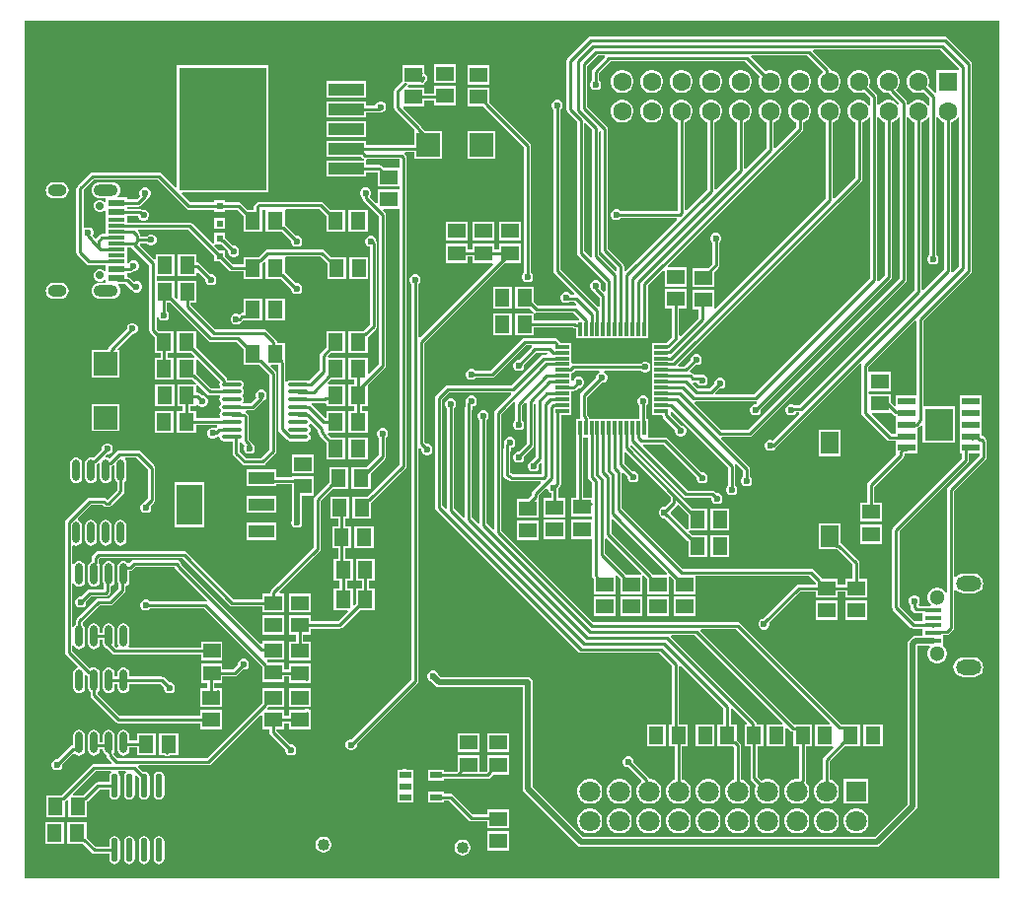
<source format=gtl>
G04*
G04 #@! TF.GenerationSoftware,Altium Limited,Altium Designer,21.6.4 (81)*
G04*
G04 Layer_Physical_Order=1*
G04 Layer_Color=255*
%FSLAX25Y25*%
%MOIN*%
G70*
G04*
G04 #@! TF.SameCoordinates,D17E0072-19AB-4E61-9357-99CEFC96D61D*
G04*
G04*
G04 #@! TF.FilePolarity,Positive*
G04*
G01*
G75*
%ADD10C,0.01000*%
%ADD19R,0.05118X0.05906*%
%ADD20R,0.05709X0.02362*%
%ADD21R,0.05709X0.01181*%
%ADD22R,0.03937X0.02362*%
%ADD23R,0.01200X0.04700*%
%ADD24R,0.04700X0.01200*%
%ADD25R,0.02362X0.02362*%
%ADD26R,0.29610X0.41600*%
%ADD27R,0.12137X0.04016*%
%ADD28R,0.05906X0.05118*%
%ADD29O,0.06817X0.01350*%
%ADD30O,0.02480X0.07343*%
%ADD31R,0.05512X0.01575*%
%ADD32C,0.04000*%
%ADD33O,0.02315X0.08051*%
%ADD34R,0.08661X0.13780*%
%ADD35R,0.08661X0.04331*%
%ADD36R,0.07874X0.07874*%
%ADD37R,0.05906X0.02362*%
%ADD38R,0.09449X0.11024*%
%ADD39R,0.05906X0.07480*%
%ADD40R,0.07874X0.07874*%
%ADD71C,0.02000*%
%ADD72C,0.02756*%
%ADD73O,0.06299X0.03937*%
%ADD74O,0.08268X0.03937*%
%ADD75R,0.07087X0.07087*%
%ADD76C,0.07087*%
%ADD77O,0.08661X0.05118*%
%ADD78C,0.05118*%
%ADD79R,0.06299X0.06299*%
%ADD80C,0.06299*%
%ADD81C,0.02362*%
G36*
X330000D02*
X500D01*
Y290000D01*
X330000D01*
Y0D01*
D02*
G37*
%LPC*%
G36*
X146153Y275499D02*
X138847D01*
Y268981D01*
X146153D01*
Y275499D01*
D02*
G37*
G36*
X157653Y274999D02*
X150347D01*
Y268481D01*
X157653D01*
Y274999D01*
D02*
G37*
G36*
X135653D02*
X128347D01*
Y269792D01*
X128270Y269741D01*
X125784Y267254D01*
X125518Y266857D01*
X125425Y266389D01*
Y260587D01*
X125518Y260118D01*
X125784Y259721D01*
X132338Y253167D01*
X132344Y253137D01*
X132308Y252637D01*
X132308Y252637D01*
X132308Y252637D01*
Y248031D01*
X116079D01*
Y249515D01*
X102542D01*
Y244099D01*
X114135D01*
X114600Y243635D01*
X114996Y243370D01*
X115236Y243322D01*
X115186Y242822D01*
X102542D01*
Y237406D01*
X116079D01*
Y238891D01*
X119847D01*
Y233981D01*
X126777D01*
X127153Y233981D01*
X127277Y233532D01*
Y233468D01*
X127153Y233019D01*
X126777Y233019D01*
X119847D01*
Y228536D01*
X119385Y228345D01*
X117245Y230485D01*
X117395Y230634D01*
X117681Y231326D01*
Y232074D01*
X117395Y232766D01*
X116866Y233295D01*
X116174Y233581D01*
X115426D01*
X114734Y233295D01*
X114205Y232766D01*
X113919Y232074D01*
Y231326D01*
X114205Y230634D01*
X114722Y230117D01*
Y230054D01*
X114815Y229586D01*
X115081Y229189D01*
X120276Y223993D01*
Y174007D01*
X116961Y170691D01*
X116499Y170883D01*
Y176153D01*
X109981D01*
Y168847D01*
X112017D01*
Y167153D01*
X109981D01*
Y159847D01*
X112017D01*
Y158153D01*
X109981D01*
Y150847D01*
X116499D01*
Y158153D01*
X114464D01*
Y159847D01*
X116499D01*
Y166769D01*
X122365Y172635D01*
X122630Y173032D01*
X122723Y173500D01*
Y224500D01*
X122630Y224968D01*
X122365Y225365D01*
X121692Y226039D01*
X121883Y226501D01*
X127153Y226501D01*
X127277Y226052D01*
Y140007D01*
X116422Y129153D01*
X111241D01*
Y121847D01*
X117759D01*
Y127048D01*
X117818Y127088D01*
X129365Y138635D01*
X129630Y139032D01*
X129724Y139500D01*
Y243914D01*
X129630Y244382D01*
X129365Y244779D01*
X129061Y245084D01*
X129268Y245584D01*
X132308D01*
Y243363D01*
X141582D01*
Y252637D01*
X136038D01*
X134678Y253997D01*
X134638Y254195D01*
X134373Y254592D01*
X128465Y260501D01*
X128672Y261001D01*
X135653D01*
Y263036D01*
X138847D01*
Y261501D01*
X146153D01*
Y268019D01*
X138847D01*
Y265483D01*
X135653D01*
Y267519D01*
X130162D01*
X129971Y267981D01*
X130000Y268010D01*
X130266Y268407D01*
X130280Y268481D01*
X134199D01*
X134486Y268424D01*
X134774Y268481D01*
X135653D01*
Y269083D01*
X136264Y269694D01*
X136529Y270091D01*
X136622Y270560D01*
Y270953D01*
X136529Y271421D01*
X136264Y271818D01*
X135867Y272084D01*
X135653Y272126D01*
Y272144D01*
X135723Y272500D01*
X135653Y272856D01*
Y274999D01*
D02*
G37*
G36*
X263007Y273350D02*
X261993D01*
X261014Y273087D01*
X260136Y272581D01*
X259420Y271864D01*
X258913Y270986D01*
X258650Y270007D01*
Y268993D01*
X258913Y268014D01*
X259420Y267136D01*
X260136Y266420D01*
X261014Y265913D01*
X261993Y265650D01*
X263007D01*
X263986Y265913D01*
X264864Y266420D01*
X265581Y267136D01*
X266087Y268014D01*
X266350Y268993D01*
Y270007D01*
X266087Y270986D01*
X265581Y271864D01*
X264864Y272581D01*
X263986Y273087D01*
X263007Y273350D01*
D02*
G37*
G36*
X243007D02*
X241993D01*
X241014Y273087D01*
X240136Y272581D01*
X239420Y271864D01*
X238913Y270986D01*
X238650Y270007D01*
Y268993D01*
X238913Y268014D01*
X239420Y267136D01*
X240136Y266420D01*
X241014Y265913D01*
X241993Y265650D01*
X243007D01*
X243986Y265913D01*
X244864Y266420D01*
X245581Y267136D01*
X246087Y268014D01*
X246350Y268993D01*
Y270007D01*
X246087Y270986D01*
X245581Y271864D01*
X244864Y272581D01*
X243986Y273087D01*
X243007Y273350D01*
D02*
G37*
G36*
X233007D02*
X231993D01*
X231014Y273087D01*
X230136Y272581D01*
X229420Y271864D01*
X228913Y270986D01*
X228650Y270007D01*
Y268993D01*
X228913Y268014D01*
X229420Y267136D01*
X230136Y266420D01*
X231014Y265913D01*
X231993Y265650D01*
X233007D01*
X233986Y265913D01*
X234864Y266420D01*
X235580Y267136D01*
X236087Y268014D01*
X236350Y268993D01*
Y270007D01*
X236087Y270986D01*
X235580Y271864D01*
X234864Y272581D01*
X233986Y273087D01*
X233007Y273350D01*
D02*
G37*
G36*
X223007D02*
X221993D01*
X221014Y273087D01*
X220136Y272581D01*
X219420Y271864D01*
X218913Y270986D01*
X218650Y270007D01*
Y268993D01*
X218913Y268014D01*
X219420Y267136D01*
X220136Y266420D01*
X221014Y265913D01*
X221993Y265650D01*
X223007D01*
X223986Y265913D01*
X224864Y266420D01*
X225581Y267136D01*
X226087Y268014D01*
X226350Y268993D01*
Y270007D01*
X226087Y270986D01*
X225581Y271864D01*
X224864Y272581D01*
X223986Y273087D01*
X223007Y273350D01*
D02*
G37*
G36*
X213007D02*
X211993D01*
X211014Y273087D01*
X210136Y272581D01*
X209420Y271864D01*
X208913Y270986D01*
X208650Y270007D01*
Y268993D01*
X208913Y268014D01*
X209420Y267136D01*
X210136Y266420D01*
X211014Y265913D01*
X211993Y265650D01*
X213007D01*
X213986Y265913D01*
X214864Y266420D01*
X215581Y267136D01*
X216087Y268014D01*
X216350Y268993D01*
Y270007D01*
X216087Y270986D01*
X215581Y271864D01*
X214864Y272581D01*
X213986Y273087D01*
X213007Y273350D01*
D02*
G37*
G36*
X203007D02*
X201993D01*
X201014Y273087D01*
X200136Y272581D01*
X199420Y271864D01*
X198913Y270986D01*
X198650Y270007D01*
Y268993D01*
X198913Y268014D01*
X199420Y267136D01*
X200136Y266420D01*
X201014Y265913D01*
X201993Y265650D01*
X203007D01*
X203986Y265913D01*
X204864Y266420D01*
X205580Y267136D01*
X206087Y268014D01*
X206350Y268993D01*
Y270007D01*
X206087Y270986D01*
X205580Y271864D01*
X204864Y272581D01*
X203986Y273087D01*
X203007Y273350D01*
D02*
G37*
G36*
X311500Y284723D02*
X191914D01*
X191446Y284630D01*
X191049Y284365D01*
X184049Y277365D01*
X183784Y276968D01*
X183691Y276500D01*
Y260086D01*
X183784Y259618D01*
X184049Y259221D01*
X187276Y255993D01*
Y211500D01*
X187370Y211032D01*
X187635Y210635D01*
X196783Y201486D01*
Y198600D01*
X196321Y198409D01*
X195154Y199577D01*
X195381Y200126D01*
Y200874D01*
X195095Y201566D01*
X194566Y202095D01*
X193874Y202381D01*
X193126D01*
X192434Y202095D01*
X191905Y201566D01*
X191619Y200874D01*
Y200126D01*
X191905Y199434D01*
X192434Y198905D01*
X192462Y198894D01*
X192635Y198635D01*
X194824Y196446D01*
Y193560D01*
X194362Y193368D01*
X181723Y206007D01*
Y260063D01*
X182095Y260434D01*
X182381Y261126D01*
Y261874D01*
X182095Y262566D01*
X181566Y263095D01*
X180874Y263381D01*
X180126D01*
X179434Y263095D01*
X178905Y262566D01*
X178619Y261874D01*
Y261126D01*
X178905Y260434D01*
X179277Y260063D01*
Y205500D01*
X179370Y205032D01*
X179635Y204635D01*
X186375Y197895D01*
X186168Y197395D01*
X185165D01*
X185095Y197566D01*
X184566Y198095D01*
X183874Y198381D01*
X183126D01*
X182434Y198095D01*
X181905Y197566D01*
X181619Y196874D01*
Y196126D01*
X181905Y195434D01*
X182434Y194905D01*
X183126Y194619D01*
X183874D01*
X184566Y194905D01*
X184608Y194948D01*
X186322D01*
X187061Y194209D01*
X186952Y193662D01*
X186923Y193639D01*
X186500Y193723D01*
X174007D01*
X172759Y194971D01*
Y200153D01*
X166241D01*
Y192847D01*
X171423D01*
X172364Y191906D01*
X172584Y191499D01*
X172584Y191499D01*
Y191499D01*
X172456Y191153D01*
X172342Y191153D01*
X166241D01*
Y183847D01*
X172759D01*
Y186276D01*
X185951D01*
X186191Y186116D01*
X186659Y186023D01*
X186873D01*
Y182682D01*
X211127D01*
Y185714D01*
X211150Y185832D01*
Y200420D01*
X216385Y205655D01*
X216847Y205464D01*
Y200241D01*
X224153D01*
Y206759D01*
X218143D01*
X217951Y207221D01*
X263365Y252635D01*
X263630Y253032D01*
X263723Y253500D01*
Y255842D01*
X263986Y255913D01*
X264864Y256419D01*
X265581Y257136D01*
X266087Y258014D01*
X266350Y258993D01*
Y260007D01*
X266087Y260986D01*
X265581Y261864D01*
X264864Y262580D01*
X263986Y263087D01*
X263007Y263350D01*
X261993D01*
X261014Y263087D01*
X260136Y262580D01*
X259420Y261864D01*
X258913Y260986D01*
X258650Y260007D01*
Y258993D01*
X258913Y258014D01*
X259420Y257136D01*
X260136Y256419D01*
X261014Y255913D01*
X261277Y255842D01*
Y254007D01*
X254223Y246954D01*
X253724Y247161D01*
Y255842D01*
X253986Y255913D01*
X254864Y256419D01*
X255580Y257136D01*
X256087Y258014D01*
X256350Y258993D01*
Y260007D01*
X256087Y260986D01*
X255580Y261864D01*
X254864Y262580D01*
X253986Y263087D01*
X253007Y263350D01*
X251993D01*
X251014Y263087D01*
X250136Y262580D01*
X249420Y261864D01*
X248913Y260986D01*
X248650Y260007D01*
Y258993D01*
X248913Y258014D01*
X249420Y257136D01*
X250136Y256419D01*
X251014Y255913D01*
X251276Y255842D01*
Y247007D01*
X244223Y239954D01*
X243724Y240161D01*
Y255842D01*
X243986Y255913D01*
X244864Y256419D01*
X245581Y257136D01*
X246087Y258014D01*
X246350Y258993D01*
Y260007D01*
X246087Y260986D01*
X245581Y261864D01*
X244864Y262580D01*
X243986Y263087D01*
X243007Y263350D01*
X241993D01*
X241014Y263087D01*
X240136Y262580D01*
X239420Y261864D01*
X238913Y260986D01*
X238650Y260007D01*
Y258993D01*
X238913Y258014D01*
X239420Y257136D01*
X240136Y256419D01*
X241014Y255913D01*
X241277Y255842D01*
Y240007D01*
X234224Y232954D01*
X233723Y233161D01*
Y255842D01*
X233986Y255913D01*
X234864Y256419D01*
X235580Y257136D01*
X236087Y258014D01*
X236350Y258993D01*
Y260007D01*
X236087Y260986D01*
X235580Y261864D01*
X234864Y262580D01*
X233986Y263087D01*
X233007Y263350D01*
X231993D01*
X231014Y263087D01*
X230136Y262580D01*
X229420Y261864D01*
X228913Y260986D01*
X228650Y260007D01*
Y258993D01*
X228913Y258014D01*
X229420Y257136D01*
X230136Y256419D01*
X231014Y255913D01*
X231276Y255842D01*
Y233007D01*
X224185Y225916D01*
X223724Y226107D01*
Y255842D01*
X223986Y255913D01*
X224864Y256419D01*
X225581Y257136D01*
X226087Y258014D01*
X226350Y258993D01*
Y260007D01*
X226087Y260986D01*
X225581Y261864D01*
X224864Y262580D01*
X223986Y263087D01*
X223007Y263350D01*
X221993D01*
X221014Y263087D01*
X220136Y262580D01*
X219420Y261864D01*
X218913Y260986D01*
X218650Y260007D01*
Y258993D01*
X218913Y258014D01*
X219420Y257136D01*
X220136Y256419D01*
X221014Y255913D01*
X221276Y255842D01*
Y225724D01*
X201937D01*
X201566Y226095D01*
X200874Y226381D01*
X200126D01*
X199434Y226095D01*
X198905Y225566D01*
X198619Y224874D01*
Y224126D01*
X198905Y223434D01*
X199434Y222905D01*
X200126Y222619D01*
X200874D01*
X201566Y222905D01*
X201937Y223276D01*
X220893D01*
X221084Y222815D01*
X203638Y205368D01*
X203176Y205560D01*
Y207047D01*
X203083Y207516D01*
X202818Y207912D01*
X197723Y213007D01*
Y253500D01*
X197630Y253968D01*
X197365Y254365D01*
X190724Y261007D01*
Y274903D01*
X194097Y278276D01*
X196479D01*
X196670Y277815D01*
X192635Y273779D01*
X192370Y273382D01*
X192277Y272914D01*
Y269937D01*
X191905Y269566D01*
X191619Y268874D01*
Y268126D01*
X191905Y267434D01*
X192434Y266905D01*
X193126Y266619D01*
X193874D01*
X194566Y266905D01*
X195095Y267434D01*
X195381Y268126D01*
Y268874D01*
X195095Y269566D01*
X194723Y269937D01*
Y272407D01*
X198593Y276276D01*
X243993D01*
X249049Y271221D01*
X248913Y270986D01*
X248650Y270007D01*
Y268993D01*
X248913Y268014D01*
X249420Y267136D01*
X250136Y266420D01*
X251014Y265913D01*
X251993Y265650D01*
X253007D01*
X253986Y265913D01*
X254864Y266420D01*
X255580Y267136D01*
X256087Y268014D01*
X256350Y268993D01*
Y270007D01*
X256087Y270986D01*
X255580Y271864D01*
X254864Y272581D01*
X253986Y273087D01*
X253007Y273350D01*
X251993D01*
X251014Y273087D01*
X250779Y272951D01*
X245916Y277815D01*
X246107Y278276D01*
X264993D01*
X270201Y273069D01*
X270136Y272580D01*
X269420Y271864D01*
X268913Y270986D01*
X268650Y270007D01*
Y268993D01*
X268913Y268014D01*
X269420Y267136D01*
X270136Y266420D01*
X271014Y265913D01*
X271993Y265650D01*
X273007D01*
X273986Y265913D01*
X274864Y266420D01*
X275581Y267136D01*
X276087Y268014D01*
X276350Y268993D01*
Y270007D01*
X276087Y270986D01*
X275581Y271864D01*
X274864Y272581D01*
X273986Y273087D01*
X273007Y273350D01*
X272923D01*
X272843Y273756D01*
X272577Y274153D01*
X266916Y279815D01*
X267107Y280276D01*
X309993D01*
X316277Y273993D01*
Y273350D01*
X308650D01*
Y266116D01*
X308650Y265931D01*
X308227Y265601D01*
X308116Y265614D01*
X305951Y267779D01*
X306087Y268014D01*
X306350Y268993D01*
Y270007D01*
X306087Y270986D01*
X305580Y271864D01*
X304864Y272581D01*
X303986Y273087D01*
X303007Y273350D01*
X301993D01*
X301014Y273087D01*
X300136Y272581D01*
X299420Y271864D01*
X298913Y270986D01*
X298650Y270007D01*
Y268993D01*
X298913Y268014D01*
X299420Y267136D01*
X300136Y266420D01*
X301014Y265913D01*
X301993Y265650D01*
X303007D01*
X303986Y265913D01*
X304221Y266049D01*
X306276Y263993D01*
Y261658D01*
X305777Y261524D01*
X305580Y261864D01*
X304864Y262580D01*
X303986Y263087D01*
X303007Y263350D01*
X301993D01*
X301014Y263087D01*
X300136Y262580D01*
X299420Y261864D01*
X299223Y261524D01*
X298724Y261658D01*
Y262500D01*
X298630Y262968D01*
X298365Y263365D01*
X295087Y266643D01*
X295581Y267136D01*
X296087Y268014D01*
X296350Y268993D01*
Y270007D01*
X296087Y270986D01*
X295581Y271864D01*
X294864Y272581D01*
X293986Y273087D01*
X293007Y273350D01*
X291993D01*
X291014Y273087D01*
X290136Y272581D01*
X289420Y271864D01*
X288913Y270986D01*
X288650Y270007D01*
Y268993D01*
X288913Y268014D01*
X289420Y267136D01*
X290136Y266420D01*
X291014Y265913D01*
X291993Y265650D01*
X292629D01*
X292649Y265621D01*
X296132Y262137D01*
X296101Y261962D01*
X295581Y261864D01*
X294864Y262580D01*
X293986Y263087D01*
X293007Y263350D01*
X291993D01*
X291014Y263087D01*
X290136Y262580D01*
X289420Y261864D01*
X289224Y261524D01*
X288723Y261658D01*
Y264500D01*
X288630Y264968D01*
X288365Y265365D01*
X285951Y267779D01*
X286087Y268014D01*
X286350Y268993D01*
Y270007D01*
X286087Y270986D01*
X285580Y271864D01*
X284864Y272581D01*
X283986Y273087D01*
X283007Y273350D01*
X281993D01*
X281014Y273087D01*
X280136Y272581D01*
X279420Y271864D01*
X278913Y270986D01*
X278650Y270007D01*
Y268993D01*
X278913Y268014D01*
X279420Y267136D01*
X280136Y266420D01*
X281014Y265913D01*
X281993Y265650D01*
X283007D01*
X283986Y265913D01*
X284221Y266049D01*
X286277Y263993D01*
Y261658D01*
X285776Y261524D01*
X285580Y261864D01*
X284864Y262580D01*
X283986Y263087D01*
X283007Y263350D01*
X281993D01*
X281014Y263087D01*
X280136Y262580D01*
X279420Y261864D01*
X278913Y260986D01*
X278650Y260007D01*
Y258993D01*
X278913Y258014D01*
X279420Y257136D01*
X280136Y256419D01*
X281014Y255913D01*
X281276Y255842D01*
Y237007D01*
X274223Y229954D01*
X273724Y230161D01*
Y255842D01*
X273986Y255913D01*
X274864Y256419D01*
X275581Y257136D01*
X276087Y258014D01*
X276350Y258993D01*
Y260007D01*
X276087Y260986D01*
X275581Y261864D01*
X274864Y262580D01*
X273986Y263087D01*
X273007Y263350D01*
X271993D01*
X271014Y263087D01*
X270136Y262580D01*
X269420Y261864D01*
X268913Y260986D01*
X268650Y260007D01*
Y258993D01*
X268913Y258014D01*
X269420Y257136D01*
X270136Y256419D01*
X271014Y255913D01*
X271276Y255842D01*
Y230007D01*
X234053Y192783D01*
X233553Y192990D01*
Y198979D01*
X226247D01*
Y192461D01*
X228276D01*
Y189565D01*
X222185Y183474D01*
X221724Y183666D01*
Y192761D01*
X224153D01*
Y199279D01*
X216847D01*
Y192761D01*
X219276D01*
Y183007D01*
X217420Y181150D01*
X215832D01*
X215714Y181127D01*
X212682D01*
Y176558D01*
Y172621D01*
Y168684D01*
Y164747D01*
Y160810D01*
Y156873D01*
X216023D01*
Y156659D01*
X216116Y156191D01*
X216381Y155794D01*
X220375Y151801D01*
X220349Y151738D01*
Y150990D01*
X220635Y150299D01*
X221164Y149769D01*
X221856Y149483D01*
X222604D01*
X223295Y149769D01*
X223825Y150299D01*
X224111Y150990D01*
Y151738D01*
X223825Y152430D01*
X223295Y152959D01*
X222604Y153245D01*
X222391D01*
X219103Y156533D01*
X218782Y156873D01*
X218782D01*
X218782Y156873D01*
Y157834D01*
X219244Y158026D01*
X238277Y138993D01*
Y132937D01*
X237905Y132566D01*
X237619Y131874D01*
Y131126D01*
X237905Y130434D01*
X238435Y129905D01*
X239126Y129619D01*
X239874D01*
X240566Y129905D01*
X241095Y130434D01*
X241381Y131126D01*
Y131874D01*
X241095Y132566D01*
X240723Y132937D01*
Y139500D01*
X240639Y139923D01*
X240662Y139952D01*
X241209Y140061D01*
X243277Y137993D01*
Y135937D01*
X242905Y135566D01*
X242619Y134874D01*
Y134126D01*
X242905Y133434D01*
X243435Y132905D01*
X244126Y132619D01*
X244874D01*
X245566Y132905D01*
X246095Y133434D01*
X246381Y134126D01*
Y134874D01*
X246095Y135566D01*
X245724Y135937D01*
Y138500D01*
X245630Y138968D01*
X245365Y139365D01*
X235954Y148776D01*
X236161Y149276D01*
X245500D01*
X245968Y149370D01*
X246365Y149635D01*
X298365Y201635D01*
X298630Y202032D01*
X298724Y202500D01*
Y257342D01*
X299223Y257476D01*
X299420Y257136D01*
X300136Y256419D01*
X301014Y255913D01*
X301276Y255842D01*
Y199007D01*
X262322Y160052D01*
X260608D01*
X260566Y160095D01*
X259874Y160381D01*
X259126D01*
X258435Y160095D01*
X257905Y159566D01*
X257619Y158874D01*
Y158126D01*
X257905Y157434D01*
X258435Y156905D01*
X259126Y156619D01*
X259874D01*
X260566Y156905D01*
X261095Y157434D01*
X261165Y157605D01*
X262168D01*
X262375Y157105D01*
X253423Y148154D01*
X252874Y148381D01*
X252126D01*
X251434Y148095D01*
X250905Y147566D01*
X250619Y146874D01*
Y146126D01*
X250905Y145434D01*
X251434Y144905D01*
X252126Y144619D01*
X252874D01*
X253566Y144905D01*
X254095Y145434D01*
X254106Y145462D01*
X254365Y145635D01*
X282791Y174061D01*
X283338Y173952D01*
X283361Y173923D01*
X283277Y173500D01*
Y157500D01*
X283370Y157032D01*
X283635Y156635D01*
X291954Y148316D01*
X292351Y148050D01*
X292819Y147957D01*
X294900D01*
X295021Y147507D01*
X295021Y147182D01*
Y143745D01*
X295021D01*
X294959Y143270D01*
X285635Y133946D01*
X285370Y133549D01*
X285277Y133081D01*
Y127239D01*
X282847D01*
Y120721D01*
X290153D01*
Y127239D01*
X287723D01*
Y132574D01*
X297433Y142283D01*
X297698Y142680D01*
X297791Y143149D01*
Y143745D01*
X302326D01*
Y147182D01*
X302326Y147507D01*
X302326Y148007D01*
Y151444D01*
X302326D01*
Y151619D01*
X302326D01*
Y152358D01*
X302382Y152370D01*
X302779Y152635D01*
X303365Y153221D01*
X303576Y153536D01*
X303946Y153500D01*
X304037Y153467D01*
X304076Y153441D01*
Y147288D01*
X314924D01*
Y159712D01*
X304341D01*
Y188611D01*
X320365Y204635D01*
X320630Y205032D01*
X320724Y205500D01*
Y275500D01*
X320630Y275968D01*
X320365Y276365D01*
X312365Y284365D01*
X311968Y284630D01*
X311500Y284723D01*
D02*
G37*
G36*
X116079Y269594D02*
X102542D01*
Y264178D01*
X116079D01*
Y269594D01*
D02*
G37*
G36*
Y262901D02*
X102542D01*
Y257485D01*
X116079D01*
Y258969D01*
X120160D01*
X120399Y259017D01*
X120464Y258990D01*
X121213D01*
X121904Y259276D01*
X122433Y259805D01*
X122720Y260497D01*
Y261245D01*
X122433Y261937D01*
X121904Y262466D01*
X121213Y262752D01*
X120464D01*
X119773Y262466D01*
X119244Y261937D01*
X119028Y261416D01*
X116079D01*
Y262901D01*
D02*
G37*
G36*
X213007Y263350D02*
X211993D01*
X211014Y263087D01*
X210136Y262580D01*
X209420Y261864D01*
X208913Y260986D01*
X208650Y260007D01*
Y258993D01*
X208913Y258014D01*
X209420Y257136D01*
X210136Y256419D01*
X211014Y255913D01*
X211993Y255650D01*
X213007D01*
X213986Y255913D01*
X214864Y256419D01*
X215581Y257136D01*
X216087Y258014D01*
X216350Y258993D01*
Y260007D01*
X216087Y260986D01*
X215581Y261864D01*
X214864Y262580D01*
X213986Y263087D01*
X213007Y263350D01*
D02*
G37*
G36*
X203007D02*
X201993D01*
X201014Y263087D01*
X200136Y262580D01*
X199420Y261864D01*
X198913Y260986D01*
X198650Y260007D01*
Y258993D01*
X198913Y258014D01*
X199420Y257136D01*
X200136Y256419D01*
X201014Y255913D01*
X201993Y255650D01*
X203007D01*
X203986Y255913D01*
X204864Y256419D01*
X205580Y257136D01*
X206087Y258014D01*
X206350Y258993D01*
Y260007D01*
X206087Y260986D01*
X205580Y261864D01*
X204864Y262580D01*
X203986Y263087D01*
X203007Y263350D01*
D02*
G37*
G36*
X116079Y256208D02*
X102542D01*
Y250792D01*
X116079D01*
Y256208D01*
D02*
G37*
G36*
X159692Y252637D02*
X150418D01*
Y243363D01*
X159692D01*
Y252637D01*
D02*
G37*
G36*
X83005Y275000D02*
X51995D01*
Y233888D01*
X51533Y233697D01*
X46865Y238365D01*
X46468Y238630D01*
X46000Y238723D01*
X23500D01*
X23032Y238630D01*
X22635Y238365D01*
X18435Y234165D01*
X18170Y233768D01*
X18077Y233300D01*
Y211700D01*
X18170Y211232D01*
X18435Y210835D01*
X21524Y207745D01*
X21921Y207480D01*
X22390Y207387D01*
X28075D01*
Y205451D01*
X27575Y205272D01*
X27118Y205729D01*
X26354Y206046D01*
X25527D01*
X24763Y205729D01*
X24179Y205145D01*
X23863Y204381D01*
Y203554D01*
X24179Y202790D01*
X24763Y202206D01*
X25527Y201889D01*
X26354D01*
X27118Y202206D01*
X27575Y202663D01*
X28075Y202484D01*
Y201384D01*
X25862D01*
X25166Y201292D01*
X24516Y201023D01*
X23959Y200595D01*
X23531Y200038D01*
X23262Y199389D01*
X23171Y198692D01*
X23262Y197995D01*
X23531Y197346D01*
X23959Y196789D01*
X24516Y196361D01*
X25166Y196092D01*
X25862Y196001D01*
X30193D01*
X30889Y196092D01*
X31539Y196361D01*
X32096Y196789D01*
X32524Y197346D01*
X32793Y197995D01*
X32884Y198692D01*
X32793Y199389D01*
X32524Y200038D01*
X32096Y200595D01*
X32035Y200642D01*
X32205Y201142D01*
X34628D01*
X36274Y199495D01*
X36671Y199230D01*
X36729Y199219D01*
X36805Y199034D01*
X37334Y198505D01*
X38026Y198219D01*
X38774D01*
X39466Y198505D01*
X39995Y199034D01*
X40281Y199726D01*
Y200474D01*
X39995Y201166D01*
X39466Y201695D01*
X38774Y201981D01*
X38026D01*
X37477Y201754D01*
X35997Y203234D01*
X35600Y203499D01*
X35184Y203582D01*
Y204831D01*
X36255D01*
X36723Y204924D01*
X37120Y205189D01*
X37249Y205319D01*
X37774D01*
X38466Y205605D01*
X38995Y206134D01*
X39281Y206826D01*
Y207574D01*
X38995Y208266D01*
X38466Y208795D01*
X37774Y209081D01*
X37026D01*
X36334Y208795D01*
X35805Y208266D01*
X35684Y207972D01*
X35184Y208072D01*
Y213525D01*
X36663D01*
X42676Y207511D01*
Y185360D01*
X42770Y184892D01*
X43035Y184495D01*
X44442Y183088D01*
X44501Y183048D01*
Y177847D01*
X46536D01*
Y176153D01*
X44501D01*
Y168847D01*
X51019D01*
Y176153D01*
X48983D01*
Y177847D01*
X51019D01*
Y185153D01*
X45837D01*
X45123Y185867D01*
Y190115D01*
X45619Y190126D01*
X45905Y189434D01*
X46434Y188905D01*
X47126Y188619D01*
X47874D01*
X48566Y188905D01*
X49095Y189434D01*
X49381Y190126D01*
Y190874D01*
X49095Y191566D01*
X48724Y191937D01*
Y194847D01*
X49549D01*
X62461Y181935D01*
X62858Y181670D01*
X63326Y181577D01*
X71953D01*
X74442Y179088D01*
X74501Y179048D01*
Y173847D01*
X79682D01*
X83276Y170253D01*
Y145007D01*
X80493Y142224D01*
X75507D01*
X73313Y144417D01*
Y147378D01*
X73503Y147485D01*
X73996Y147488D01*
X74261Y147091D01*
X74871Y146482D01*
X74619Y145874D01*
Y145126D01*
X74905Y144434D01*
X75434Y143905D01*
X76126Y143619D01*
X76874D01*
X77566Y143905D01*
X78095Y144434D01*
X78381Y145126D01*
Y145874D01*
X78095Y146566D01*
X77636Y147025D01*
X77630Y147051D01*
X77365Y147448D01*
X76350Y148463D01*
Y156288D01*
X76256Y156756D01*
X75991Y157153D01*
X75405Y157739D01*
X75349Y157776D01*
X75501Y158276D01*
X77500D01*
X77968Y158370D01*
X78365Y158635D01*
X81365Y161635D01*
X81538Y161894D01*
X81566Y161905D01*
X82095Y162434D01*
X82381Y163126D01*
Y163874D01*
X82095Y164566D01*
X81566Y165095D01*
X80874Y165381D01*
X80126D01*
X79435Y165095D01*
X78905Y164566D01*
X78619Y163874D01*
Y163126D01*
X78846Y162577D01*
X76993Y160723D01*
X74550D01*
X74534Y160741D01*
X74329Y161223D01*
X74529Y161522D01*
X74635Y162059D01*
X74529Y162596D01*
X74225Y163051D01*
X74168Y163089D01*
Y163589D01*
X74225Y163627D01*
X74529Y164082D01*
X74635Y164618D01*
X74529Y165155D01*
X74225Y165610D01*
X74168Y165648D01*
Y166148D01*
X74225Y166186D01*
X74529Y166641D01*
X74635Y167177D01*
X74529Y167714D01*
X74225Y168169D01*
X73770Y168473D01*
X73233Y168579D01*
X69121D01*
X69060Y168885D01*
X68795Y169282D01*
X58499Y179578D01*
Y185153D01*
X51981D01*
Y177847D01*
X56769D01*
X58002Y176615D01*
X57810Y176153D01*
X51981D01*
Y168847D01*
X57163D01*
X58457Y167553D01*
X58250Y167053D01*
X52121D01*
Y159747D01*
X54017D01*
Y158153D01*
X51981D01*
Y150847D01*
X58499D01*
Y153277D01*
X65547D01*
X65698Y152777D01*
X65510Y152650D01*
X65124Y152265D01*
X64517Y152516D01*
X63768D01*
X63077Y152230D01*
X62548Y151701D01*
X62261Y151010D01*
Y150261D01*
X62548Y149570D01*
X63077Y149041D01*
X63768Y148754D01*
X64517D01*
X65208Y149041D01*
X65667Y149500D01*
X65693Y149505D01*
X65935Y149667D01*
X66389Y149386D01*
X66365Y149264D01*
X66471Y148727D01*
X66775Y148272D01*
X67230Y147968D01*
X67767Y147862D01*
X70866D01*
Y143911D01*
X70959Y143442D01*
X71224Y143045D01*
X74135Y140135D01*
X74532Y139870D01*
X75000Y139777D01*
X81000D01*
X81468Y139870D01*
X81865Y140135D01*
X85365Y143635D01*
X85630Y144032D01*
X85724Y144500D01*
Y170760D01*
X85630Y171228D01*
X85365Y171625D01*
X83605Y173385D01*
X83796Y173847D01*
X86277D01*
Y152001D01*
X86370Y151532D01*
X86635Y151136D01*
X89035Y148736D01*
X89036Y148727D01*
X89340Y148272D01*
X89795Y147968D01*
X90332Y147862D01*
X95798D01*
X96335Y147968D01*
X96790Y148272D01*
X97094Y148727D01*
X97200Y149264D01*
X97094Y149800D01*
X96801Y150238D01*
X96733Y150367D01*
Y150720D01*
X96801Y150849D01*
X97094Y151286D01*
X97200Y151823D01*
X97094Y152359D01*
X96790Y152814D01*
X96733Y152852D01*
Y153352D01*
X96790Y153390D01*
X96943Y153620D01*
X97541Y153728D01*
X99720Y151550D01*
Y151056D01*
X99813Y150588D01*
X100078Y150191D01*
X100316Y149953D01*
X100370Y149685D01*
X100635Y149288D01*
X102501Y147423D01*
Y141847D01*
X109019D01*
Y149153D01*
X104231D01*
X103037Y150347D01*
X103244Y150847D01*
X109019D01*
Y158153D01*
X102501D01*
Y155738D01*
X102001Y155729D01*
X97432Y160298D01*
X97376Y160336D01*
X97528Y160836D01*
X102059D01*
X102114Y160847D01*
X102501Y160529D01*
Y159847D01*
X109019D01*
Y167153D01*
X103190D01*
X102998Y167615D01*
X104231Y168847D01*
X109019D01*
Y176153D01*
X103244D01*
X103037Y176653D01*
X104231Y177847D01*
X109019D01*
Y185153D01*
X102501D01*
Y179578D01*
X100635Y177712D01*
X100370Y177315D01*
X100277Y176847D01*
Y172007D01*
X96670Y168401D01*
X96442D01*
X96335Y168473D01*
X95798Y168579D01*
X90332D01*
X89795Y168473D01*
X89340Y168169D01*
X89223Y167994D01*
X88723Y168146D01*
Y174461D01*
X88630Y174930D01*
X88523Y175091D01*
Y175441D01*
X88499Y175559D01*
Y181153D01*
X85857D01*
Y181367D01*
X85763Y181835D01*
X85498Y182232D01*
X82365Y185365D01*
X81968Y185630D01*
X81500Y185723D01*
X65007D01*
X56723Y194007D01*
Y194847D01*
X58759D01*
Y202153D01*
X52241D01*
Y196269D01*
X51779Y196077D01*
X51279Y196578D01*
Y202153D01*
X45123D01*
Y203847D01*
X51279D01*
Y211153D01*
X44761D01*
Y209541D01*
X44299Y209350D01*
X39450Y214199D01*
X39657Y214699D01*
X41922D01*
X42293Y214328D01*
X42985Y214041D01*
X43733D01*
X44424Y214328D01*
X44953Y214857D01*
X45240Y215548D01*
Y216296D01*
X44953Y216988D01*
X44424Y217517D01*
X43733Y217803D01*
X42985D01*
X42293Y217517D01*
X41922Y217146D01*
X39724D01*
Y217500D01*
X39630Y217968D01*
X39365Y218365D01*
X38788Y218942D01*
X38979Y219404D01*
X55913D01*
X64619Y210698D01*
Y208666D01*
X66651D01*
X69682Y205635D01*
X70079Y205370D01*
X70547Y205276D01*
X74501D01*
Y202847D01*
X81019D01*
Y208048D01*
X81078Y208088D01*
X81519Y208529D01*
X81981Y208338D01*
Y202847D01*
X87163D01*
X90619Y199391D01*
Y199126D01*
X90905Y198434D01*
X91435Y197905D01*
X92126Y197619D01*
X92874D01*
X93566Y197905D01*
X94095Y198434D01*
X94381Y199126D01*
Y199874D01*
X94095Y200566D01*
X93566Y201095D01*
X92874Y201381D01*
X92126D01*
X92100Y201370D01*
X88558Y204912D01*
X88499Y204952D01*
Y210153D01*
X88948Y210277D01*
X100513D01*
X102702Y208088D01*
X102761Y208048D01*
Y202847D01*
X109279D01*
Y210153D01*
X104097D01*
X101885Y212365D01*
X101488Y212630D01*
X101020Y212723D01*
X82760D01*
X82292Y212630D01*
X81895Y212365D01*
X79682Y210153D01*
X74501D01*
Y207723D01*
X71054D01*
X68381Y210396D01*
Y212428D01*
X66349D01*
X64706Y214072D01*
X64913Y214572D01*
X64978Y214572D01*
X64978Y214572D01*
X64997Y214572D01*
X66998D01*
X69319Y212251D01*
Y211726D01*
X69605Y211034D01*
X70134Y210505D01*
X70826Y210219D01*
X71574D01*
X72266Y210505D01*
X72795Y211034D01*
X73081Y211726D01*
Y212474D01*
X72795Y213166D01*
X72266Y213695D01*
X71574Y213981D01*
X71049D01*
X68393Y216637D01*
X68381Y216645D01*
Y218334D01*
X64619D01*
X64619Y214950D01*
Y214931D01*
D01*
X64619Y214866D01*
X64507Y214819D01*
X64119Y214658D01*
X57284Y221493D01*
X56888Y221758D01*
X56419Y221851D01*
X35184D01*
Y224122D01*
X38919D01*
Y223926D01*
X39205Y223234D01*
X39734Y222705D01*
X40426Y222419D01*
X41174D01*
X41866Y222705D01*
X42395Y223234D01*
X42681Y223926D01*
Y224674D01*
X42395Y225366D01*
X41866Y225895D01*
X41174Y226181D01*
X40428D01*
X40398Y226211D01*
X40001Y226476D01*
X39533Y226569D01*
X35184D01*
Y227174D01*
X38997D01*
X39465Y227267D01*
X39862Y227532D01*
X42065Y229735D01*
X42292Y230075D01*
X42366Y230105D01*
X42895Y230634D01*
X43181Y231326D01*
Y232074D01*
X42895Y232766D01*
X42366Y233295D01*
X41674Y233581D01*
X40926D01*
X40234Y233295D01*
X39705Y232766D01*
X39419Y232074D01*
Y231326D01*
X39646Y230777D01*
X38490Y229621D01*
X35184D01*
Y230278D01*
X32231D01*
X32061Y230778D01*
X32096Y230805D01*
X32524Y231362D01*
X32793Y232011D01*
X32884Y232708D01*
X32793Y233404D01*
X32524Y234054D01*
X32096Y234611D01*
X31539Y235039D01*
X30889Y235308D01*
X30193Y235399D01*
X25862D01*
X25166Y235308D01*
X24516Y235039D01*
X23959Y234611D01*
X23531Y234054D01*
X23262Y233404D01*
X23171Y232708D01*
X23262Y232011D01*
X23531Y231362D01*
X23959Y230805D01*
X24516Y230377D01*
X25166Y230108D01*
X25862Y230016D01*
X28075D01*
Y228916D01*
X27575Y228737D01*
X27118Y229194D01*
X26354Y229510D01*
X25527D01*
X24763Y229194D01*
X24179Y228610D01*
X23863Y227846D01*
Y227019D01*
X24179Y226255D01*
X24763Y225671D01*
X25527Y225355D01*
X26354D01*
X27118Y225671D01*
X27575Y226128D01*
X28075Y225949D01*
Y221912D01*
X28073D01*
Y219331D01*
X28075D01*
Y217940D01*
X26717D01*
X26249Y217847D01*
X25852Y217582D01*
X24823Y216553D01*
X24617Y216566D01*
X24262Y216659D01*
X24253Y216666D01*
X24041Y216983D01*
X23665Y217359D01*
X23917Y217966D01*
Y218714D01*
X23630Y219406D01*
X23101Y219935D01*
X22410Y220221D01*
X21662D01*
X21023Y219957D01*
X20524Y220141D01*
Y232793D01*
X24007Y236277D01*
X45493D01*
X55182Y226588D01*
X55579Y226323D01*
X56047Y226229D01*
X64619D01*
Y225572D01*
X68381D01*
Y226229D01*
X72300D01*
X74442Y224088D01*
X74501Y224048D01*
Y218847D01*
X81019D01*
Y226153D01*
X81431Y226365D01*
X81569D01*
X81981Y226153D01*
X81981Y225865D01*
Y218847D01*
X87181D01*
X87299Y218824D01*
X87446D01*
X90619Y215651D01*
Y215126D01*
X90905Y214434D01*
X91435Y213905D01*
X92126Y213619D01*
X92874D01*
X93566Y213905D01*
X94095Y214434D01*
X94381Y215126D01*
Y215874D01*
X94095Y216566D01*
X93566Y217095D01*
X92874Y217381D01*
X92349D01*
X88818Y220912D01*
X88499Y221125D01*
Y225865D01*
X88499Y226153D01*
X88911Y226365D01*
X100165D01*
X102442Y224088D01*
X102501Y224048D01*
Y218847D01*
X109019D01*
Y226153D01*
X103837D01*
X101537Y228453D01*
X101140Y228719D01*
X100672Y228812D01*
X79760D01*
X79292Y228719D01*
X78895Y228453D01*
X78309Y227868D01*
X78044Y227471D01*
X77951Y227003D01*
Y226153D01*
X75837D01*
X73672Y228318D01*
X73275Y228583D01*
X72807Y228676D01*
X68381D01*
Y229334D01*
X64619D01*
Y228676D01*
X56554D01*
X53692Y231538D01*
X53884Y232000D01*
X83005D01*
Y275000D01*
D02*
G37*
G36*
X12752Y235399D02*
X10389D01*
X9693Y235308D01*
X9044Y235039D01*
X8486Y234611D01*
X8059Y234054D01*
X7790Y233404D01*
X7698Y232708D01*
X7790Y232011D01*
X8059Y231362D01*
X8486Y230805D01*
X9044Y230377D01*
X9693Y230108D01*
X10389Y230016D01*
X12752D01*
X13448Y230108D01*
X14097Y230377D01*
X14655Y230805D01*
X15082Y231362D01*
X15351Y232011D01*
X15443Y232708D01*
X15351Y233404D01*
X15082Y234054D01*
X14655Y234611D01*
X14097Y235039D01*
X13448Y235308D01*
X12752Y235399D01*
D02*
G37*
G36*
X68381Y223428D02*
X64619D01*
Y219666D01*
X68381D01*
Y223428D01*
D02*
G37*
G36*
X116499Y226153D02*
X109981D01*
Y218847D01*
X116499D01*
Y226153D01*
D02*
G37*
G36*
X168153Y222239D02*
X160847D01*
Y215721D01*
X168153D01*
Y222239D01*
D02*
G37*
G36*
X150153D02*
X142847D01*
Y215721D01*
X150153D01*
Y222239D01*
D02*
G37*
G36*
X159153Y222189D02*
X151847D01*
Y215671D01*
X159153D01*
Y222189D01*
D02*
G37*
G36*
X168153Y214759D02*
X160847D01*
Y212673D01*
X159153D01*
Y214709D01*
X151847D01*
Y212723D01*
X150153D01*
Y214759D01*
X142847D01*
Y208241D01*
X150153D01*
Y210277D01*
X151847D01*
Y208191D01*
X158754D01*
X158961Y207691D01*
X134186Y182916D01*
X133723Y183107D01*
Y201063D01*
X134095Y201434D01*
X134381Y202126D01*
Y202874D01*
X134095Y203566D01*
X133566Y204095D01*
X132874Y204381D01*
X132126D01*
X131434Y204095D01*
X130905Y203566D01*
X130619Y202874D01*
Y202126D01*
X130905Y201434D01*
X131277Y201063D01*
Y67310D01*
X111085Y47119D01*
X110561D01*
X109869Y46833D01*
X109340Y46304D01*
X109054Y45612D01*
Y44864D01*
X109340Y44172D01*
X109869Y43643D01*
X110561Y43357D01*
X111309D01*
X112000Y43643D01*
X112529Y44172D01*
X112816Y44864D01*
Y45389D01*
X133365Y65938D01*
X133630Y66335D01*
X133723Y66803D01*
Y145479D01*
X134186Y145670D01*
X134619Y145237D01*
Y144712D01*
X134905Y144020D01*
X135434Y143491D01*
X136126Y143205D01*
X136874D01*
X137566Y143491D01*
X138095Y144020D01*
X138381Y144712D01*
Y145460D01*
X138095Y146151D01*
X137566Y146680D01*
X136874Y146967D01*
X136349D01*
X135723Y147593D01*
Y180993D01*
X162971Y208241D01*
X168153D01*
Y214759D01*
D02*
G37*
G36*
X116759Y210153D02*
X110241D01*
Y202847D01*
X116759D01*
Y210153D01*
D02*
G37*
G36*
X157653Y267519D02*
X150347D01*
Y261001D01*
X155548D01*
X155588Y260942D01*
X169276Y247253D01*
Y204937D01*
X168905Y204566D01*
X168619Y203874D01*
Y203126D01*
X168905Y202434D01*
X169434Y201905D01*
X170126Y201619D01*
X170874D01*
X171566Y201905D01*
X172095Y202434D01*
X172381Y203126D01*
Y203874D01*
X172095Y204566D01*
X171723Y204937D01*
Y247760D01*
X171630Y248228D01*
X171365Y248625D01*
X157653Y262337D01*
Y267519D01*
D02*
G37*
G36*
X58759Y211153D02*
X52241D01*
Y203847D01*
X58759D01*
Y204857D01*
X59221Y205049D01*
X61619Y202651D01*
Y202126D01*
X61905Y201434D01*
X62435Y200905D01*
X63126Y200619D01*
X63874D01*
X64566Y200905D01*
X65095Y201434D01*
X65381Y202126D01*
Y202874D01*
X65095Y203566D01*
X64566Y204095D01*
X63874Y204381D01*
X63349D01*
X59838Y207892D01*
X59442Y208157D01*
X58973Y208250D01*
X58759D01*
Y211153D01*
D02*
G37*
G36*
X234474Y218381D02*
X233726D01*
X233034Y218095D01*
X232505Y217566D01*
X232219Y216874D01*
Y216126D01*
X232505Y215434D01*
X232876Y215063D01*
Y207907D01*
X231488Y206518D01*
X231448Y206459D01*
X226247D01*
Y199941D01*
X233553D01*
Y205122D01*
X234965Y206535D01*
X235230Y206932D01*
X235324Y207400D01*
Y215063D01*
X235695Y215434D01*
X235981Y216126D01*
Y216874D01*
X235695Y217566D01*
X235166Y218095D01*
X234474Y218381D01*
D02*
G37*
G36*
X12752Y201384D02*
X10389D01*
X9693Y201292D01*
X9044Y201023D01*
X8486Y200595D01*
X8059Y200038D01*
X7790Y199389D01*
X7698Y198692D01*
X7790Y197995D01*
X8059Y197346D01*
X8486Y196789D01*
X9044Y196361D01*
X9693Y196092D01*
X10389Y196001D01*
X12752D01*
X13448Y196092D01*
X14097Y196361D01*
X14655Y196789D01*
X15082Y197346D01*
X15351Y197995D01*
X15443Y198692D01*
X15351Y199389D01*
X15082Y200038D01*
X14655Y200595D01*
X14097Y201023D01*
X13448Y201292D01*
X12752Y201384D01*
D02*
G37*
G36*
X165279Y200153D02*
X158761D01*
Y192847D01*
X165279D01*
Y200153D01*
D02*
G37*
G36*
X81019Y196153D02*
X74501D01*
Y191271D01*
X74078D01*
X73610Y191178D01*
X73213Y190912D01*
X73059Y190759D01*
X72452Y191010D01*
X71704D01*
X71012Y190724D01*
X70483Y190195D01*
X70197Y189503D01*
Y188755D01*
X70483Y188064D01*
X71012Y187534D01*
X71704Y187248D01*
X72452D01*
X73143Y187534D01*
X73602Y187994D01*
X73628Y187999D01*
X74025Y188264D01*
X74585Y188824D01*
X75701D01*
X75819Y188847D01*
X81019D01*
Y196153D01*
D02*
G37*
G36*
X88499D02*
X81981D01*
Y188847D01*
X88499D01*
Y196153D01*
D02*
G37*
G36*
X165279Y191153D02*
X158761D01*
Y183847D01*
X165279D01*
Y191153D01*
D02*
G37*
G36*
X117874Y217381D02*
X117126D01*
X116434Y217095D01*
X115905Y216566D01*
X115619Y215874D01*
Y215126D01*
X115905Y214434D01*
X116434Y213905D01*
X117126Y213619D01*
X117277D01*
Y187267D01*
X115163Y185153D01*
X109981D01*
Y177847D01*
X116499D01*
Y183048D01*
X116558Y183088D01*
X119365Y185895D01*
X119630Y186292D01*
X119723Y186760D01*
Y214914D01*
X119630Y215382D01*
X119381Y215756D01*
Y215874D01*
X119095Y216566D01*
X118566Y217095D01*
X117874Y217381D01*
D02*
G37*
G36*
X179832Y182723D02*
X169500D01*
X169032Y182630D01*
X168635Y182365D01*
X157993Y171723D01*
X152937D01*
X152566Y172095D01*
X151874Y172381D01*
X151126D01*
X150434Y172095D01*
X149905Y171566D01*
X149619Y170874D01*
Y170126D01*
X149905Y169434D01*
X150434Y168905D01*
X151126Y168619D01*
X151874D01*
X152566Y168905D01*
X152937Y169276D01*
X158500D01*
X158968Y169370D01*
X159365Y169635D01*
X170007Y180277D01*
X171866D01*
X172007Y180014D01*
X172046Y179777D01*
X167651Y175381D01*
X167126D01*
X166434Y175095D01*
X165905Y174566D01*
X165619Y173874D01*
Y173126D01*
X165905Y172434D01*
X166434Y171905D01*
X167126Y171619D01*
X167874D01*
X168566Y171905D01*
X169095Y172434D01*
X169381Y173126D01*
Y173651D01*
X173476Y177746D01*
X177224D01*
X177318Y177613D01*
X177058Y177113D01*
X175890D01*
X175422Y177020D01*
X175025Y176755D01*
X164993Y166724D01*
X143500D01*
X143032Y166630D01*
X142635Y166365D01*
X139635Y163365D01*
X139370Y162968D01*
X139277Y162500D01*
Y125500D01*
X139370Y125032D01*
X139635Y124635D01*
X187635Y76635D01*
X188032Y76370D01*
X188500Y76276D01*
X214993D01*
X219276Y71993D01*
Y52153D01*
X218241D01*
Y44847D01*
X220276D01*
Y33565D01*
X219862Y33454D01*
X218895Y32895D01*
X218105Y32105D01*
X217546Y31138D01*
X217257Y30059D01*
Y28941D01*
X217546Y27862D01*
X218105Y26895D01*
X218895Y26105D01*
X219862Y25546D01*
X220941Y25257D01*
X222059D01*
X223138Y25546D01*
X224106Y26105D01*
X224896Y26895D01*
X225454Y27862D01*
X225743Y28941D01*
Y30059D01*
X225454Y31138D01*
X224896Y32105D01*
X224106Y32895D01*
X223138Y33454D01*
X222724Y33565D01*
Y44847D01*
X224759D01*
Y52153D01*
X221724D01*
Y71839D01*
X222223Y72046D01*
X236757Y57513D01*
Y52153D01*
X234721D01*
Y44847D01*
X239903D01*
X240277Y44473D01*
Y33565D01*
X239862Y33454D01*
X238895Y32895D01*
X238105Y32105D01*
X237546Y31138D01*
X237257Y30059D01*
Y28941D01*
X237546Y27862D01*
X238105Y26895D01*
X238895Y26105D01*
X239862Y25546D01*
X240941Y25257D01*
X242059D01*
X243138Y25546D01*
X244106Y26105D01*
X244896Y26895D01*
X245454Y27862D01*
X245743Y28941D01*
Y30059D01*
X245454Y31138D01*
X244896Y32105D01*
X244106Y32895D01*
X243138Y33454D01*
X242723Y33565D01*
Y44980D01*
X242630Y45448D01*
X242365Y45845D01*
X241298Y46912D01*
X241239Y46952D01*
Y52153D01*
X239204D01*
Y57359D01*
X239704Y57566D01*
X244655Y52615D01*
X244464Y52153D01*
X243761D01*
Y44847D01*
X245796D01*
Y33980D01*
X245889Y33512D01*
X246155Y33115D01*
X247760Y31509D01*
X247546Y31138D01*
X247257Y30059D01*
Y28941D01*
X247546Y27862D01*
X248105Y26895D01*
X248895Y26105D01*
X249862Y25546D01*
X250941Y25257D01*
X252059D01*
X253138Y25546D01*
X254105Y26105D01*
X254895Y26895D01*
X255454Y27862D01*
X255743Y28941D01*
Y30059D01*
X255454Y31138D01*
X254895Y32105D01*
X254105Y32895D01*
X253138Y33454D01*
X252059Y33743D01*
X250941D01*
X249862Y33454D01*
X249491Y33240D01*
X248243Y34487D01*
Y44847D01*
X250279D01*
Y52153D01*
X247857D01*
Y52367D01*
X247763Y52835D01*
X247498Y53232D01*
X218916Y81814D01*
X219107Y82276D01*
X226993D01*
X256655Y52615D01*
X256464Y52153D01*
X251241D01*
Y44847D01*
X257759D01*
Y50857D01*
X258221Y51049D01*
X259318Y49951D01*
X259715Y49686D01*
X260183Y49593D01*
X260241D01*
Y44847D01*
X262277D01*
Y33911D01*
X262059Y33743D01*
X260941D01*
X259862Y33454D01*
X258895Y32895D01*
X258104Y32105D01*
X257546Y31138D01*
X257257Y30059D01*
Y28941D01*
X257546Y27862D01*
X258104Y26895D01*
X258895Y26105D01*
X259862Y25546D01*
X260941Y25257D01*
X262059D01*
X263138Y25546D01*
X264106Y26105D01*
X264896Y26895D01*
X265454Y27862D01*
X265743Y28941D01*
Y30059D01*
X265454Y31138D01*
X264896Y32105D01*
X264514Y32487D01*
X264630Y32661D01*
X264723Y33129D01*
Y44847D01*
X266759D01*
Y52153D01*
X260578D01*
X228916Y83815D01*
X229107Y84276D01*
X240993D01*
X272655Y52615D01*
X272464Y52153D01*
X267721D01*
Y44847D01*
X273670D01*
X273877Y44347D01*
X270635Y41105D01*
X270370Y40708D01*
X270276Y40240D01*
Y33565D01*
X269862Y33454D01*
X268895Y32895D01*
X268105Y32105D01*
X267546Y31138D01*
X267257Y30059D01*
Y28941D01*
X267546Y27862D01*
X268105Y26895D01*
X268895Y26105D01*
X269862Y25546D01*
X270941Y25257D01*
X272059D01*
X273138Y25546D01*
X274106Y26105D01*
X274896Y26895D01*
X275454Y27862D01*
X275743Y28941D01*
Y30059D01*
X275454Y31138D01*
X274896Y32105D01*
X274106Y32895D01*
X273138Y33454D01*
X272724Y33565D01*
Y39733D01*
X277837Y44847D01*
X283019D01*
Y52153D01*
X277819D01*
X277701Y52176D01*
X276554D01*
X242365Y86365D01*
X241968Y86630D01*
X241500Y86724D01*
X192607D01*
X161723Y117607D01*
Y156993D01*
X165791Y161061D01*
X166338Y160952D01*
X166361Y160923D01*
X166277Y160500D01*
Y154937D01*
X165905Y154566D01*
X165619Y153874D01*
Y153126D01*
X165905Y152434D01*
X166434Y151905D01*
X167126Y151619D01*
X167874D01*
X168566Y151905D01*
X169095Y152434D01*
X169381Y153126D01*
Y153874D01*
X169095Y154566D01*
X168723Y154937D01*
Y159993D01*
X169776Y161046D01*
X170276Y160839D01*
Y147178D01*
X167479Y144381D01*
X167126D01*
X166434Y144095D01*
X165905Y143566D01*
X165619Y142874D01*
Y142126D01*
X165905Y141434D01*
X166434Y140905D01*
X167126Y140619D01*
X167874D01*
X168566Y140905D01*
X169095Y141434D01*
X169381Y142126D01*
Y142822D01*
X172365Y145806D01*
X172630Y146203D01*
X172723Y146672D01*
Y160527D01*
X172776Y160562D01*
X173276Y160295D01*
Y142593D01*
X172022Y141338D01*
X171434Y141095D01*
X170905Y140566D01*
X170619Y139874D01*
Y139126D01*
X170905Y138434D01*
X171434Y137905D01*
X172126Y137619D01*
X172874D01*
X173566Y137905D01*
X174095Y138434D01*
X174381Y139126D01*
Y139874D01*
X174275Y140130D01*
X174815Y140670D01*
X175277Y140479D01*
Y136723D01*
X165593D01*
X165365Y136951D01*
X164968Y137216D01*
X164724Y137265D01*
Y144469D01*
X164865Y144681D01*
X164958Y145149D01*
Y145654D01*
X165566Y145905D01*
X166095Y146434D01*
X166381Y147126D01*
Y147874D01*
X166095Y148566D01*
X165566Y149095D01*
X164874Y149381D01*
X164126D01*
X163434Y149095D01*
X162905Y148566D01*
X162619Y147874D01*
Y147225D01*
X162604Y147203D01*
X162511Y146735D01*
Y145594D01*
X162370Y145382D01*
X162276Y144914D01*
Y136672D01*
X162370Y136203D01*
X162635Y135806D01*
X163221Y135221D01*
X163618Y134955D01*
X163970Y134885D01*
X164221Y134635D01*
X164618Y134370D01*
X165086Y134276D01*
X174893D01*
X175084Y133815D01*
X172308Y131038D01*
X172043Y130641D01*
X171950Y130173D01*
Y129593D01*
X170856Y128499D01*
X166947D01*
Y121981D01*
X174253D01*
Y128099D01*
X174271Y128568D01*
X174304Y128618D01*
X174397Y129086D01*
Y129666D01*
X176819Y132089D01*
X177319Y131881D01*
Y131626D01*
X177605Y130934D01*
X178134Y130405D01*
X178477Y130264D01*
Y128759D01*
X176047D01*
Y122241D01*
X183353D01*
Y128759D01*
X180923D01*
Y131245D01*
X181081Y131626D01*
Y132151D01*
X181465Y132535D01*
X181730Y132932D01*
X181824Y133400D01*
Y156873D01*
X185318D01*
Y160810D01*
Y164824D01*
X186047D01*
X186515Y164917D01*
X186912Y165182D01*
X187642Y165912D01*
X188167D01*
X188858Y166198D01*
X189388Y166727D01*
X189674Y167419D01*
Y168167D01*
X189388Y168859D01*
X188858Y169388D01*
X188167Y169674D01*
X187419D01*
X186727Y169388D01*
X186198Y168859D01*
X185912Y168167D01*
Y168050D01*
X185818Y167987D01*
X185318Y168255D01*
Y170882D01*
X185521Y170922D01*
X185918Y171188D01*
X186444Y171713D01*
X194722D01*
X194821Y171213D01*
X194534Y171095D01*
X194005Y170566D01*
X193719Y169874D01*
Y169349D01*
X188635Y164265D01*
X188370Y163868D01*
X188277Y163400D01*
Y156265D01*
X188365Y155818D01*
X188368Y155794D01*
X188089Y155318D01*
X186873D01*
Y149218D01*
X186950D01*
Y128859D01*
X185147D01*
Y122341D01*
X192277D01*
Y121379D01*
X185147D01*
Y114861D01*
X192277D01*
Y102500D01*
X192370Y102032D01*
X192635Y101635D01*
X192847Y101423D01*
Y96241D01*
X200153D01*
Y102410D01*
X200653Y102617D01*
X201847Y101423D01*
Y96241D01*
X209153D01*
Y102410D01*
X209653Y102617D01*
X210847Y101422D01*
Y96241D01*
X218153D01*
Y102070D01*
X218615Y102261D01*
X219847Y101029D01*
Y96241D01*
X227153D01*
Y102277D01*
X265733D01*
X267847Y100163D01*
Y99464D01*
X262240D01*
X261772Y99370D01*
X261375Y99105D01*
X250164Y87894D01*
X250043D01*
X249352Y87608D01*
X248823Y87079D01*
X248536Y86387D01*
Y85639D01*
X248823Y84948D01*
X249352Y84418D01*
X250043Y84132D01*
X250792D01*
X251483Y84418D01*
X252012Y84948D01*
X252298Y85639D01*
Y86387D01*
X252246Y86515D01*
X262747Y97017D01*
X267847D01*
Y94981D01*
X275153D01*
Y97017D01*
X277847D01*
Y94981D01*
X285153D01*
Y101499D01*
X282723D01*
Y106752D01*
X282630Y107220D01*
X282365Y107617D01*
X276605Y113377D01*
X276208Y113642D01*
X276153Y113653D01*
Y120192D01*
X268847D01*
Y111312D01*
X274835D01*
X274953Y111288D01*
X275233D01*
X280276Y106245D01*
Y101499D01*
X277847D01*
Y99464D01*
X275153D01*
Y101499D01*
X269952D01*
X269912Y101558D01*
X267105Y104365D01*
X266708Y104630D01*
X266240Y104724D01*
X223007D01*
X202424Y125307D01*
Y137139D01*
X202923Y137346D01*
X204319Y135951D01*
Y135426D01*
X204605Y134734D01*
X205134Y134205D01*
X205826Y133919D01*
X206574D01*
X207266Y134205D01*
X207795Y134734D01*
X208081Y135426D01*
Y136174D01*
X207795Y136866D01*
X207266Y137395D01*
X206574Y137681D01*
X206049D01*
X203176Y140554D01*
Y143960D01*
X203638Y144151D01*
X218776Y129013D01*
Y127507D01*
X216911Y125641D01*
X216386D01*
X215694Y125355D01*
X215165Y124825D01*
X214879Y124134D01*
Y123386D01*
X215165Y122694D01*
X215694Y122165D01*
X216386Y121879D01*
X216911D01*
X224702Y114088D01*
X224761Y114048D01*
Y108847D01*
X231279D01*
Y116153D01*
X226097D01*
X224903Y117347D01*
X225110Y117847D01*
X231279D01*
Y125153D01*
X226097D01*
X220865Y130385D01*
X205240Y146010D01*
X205275Y146288D01*
X205801Y146468D01*
X223135Y129135D01*
X223532Y128870D01*
X224000Y128777D01*
X232493D01*
X232619Y128651D01*
Y128126D01*
X232905Y127434D01*
X233435Y126905D01*
X234126Y126619D01*
X234874D01*
X235566Y126905D01*
X236095Y127434D01*
X236381Y128126D01*
Y128874D01*
X236095Y129566D01*
X235566Y130095D01*
X234874Y130381D01*
X234349D01*
X233865Y130865D01*
X233468Y131130D01*
X233000Y131223D01*
X224507D01*
X209454Y146276D01*
X209661Y146776D01*
X216493D01*
X227619Y135651D01*
Y135126D01*
X227905Y134434D01*
X228434Y133905D01*
X229126Y133619D01*
X229874D01*
X230566Y133905D01*
X231095Y134434D01*
X231381Y135126D01*
Y135874D01*
X231095Y136566D01*
X230566Y137095D01*
X229874Y137381D01*
X229349D01*
X217865Y148865D01*
X217468Y149130D01*
X217000Y149223D01*
X211127D01*
Y155318D01*
X210884D01*
X210857Y155455D01*
X210723Y155655D01*
Y160063D01*
X211095Y160434D01*
X211381Y161126D01*
Y161874D01*
X211095Y162566D01*
X210566Y163095D01*
X209874Y163381D01*
X209126D01*
X208435Y163095D01*
X207905Y162566D01*
X207619Y161874D01*
Y161126D01*
X207905Y160434D01*
X208277Y160063D01*
Y155318D01*
X191323D01*
Y155665D01*
X191230Y156134D01*
X190965Y156530D01*
X190724Y156772D01*
Y162893D01*
X195449Y167619D01*
X195974D01*
X196666Y167905D01*
X197195Y168434D01*
X197481Y169126D01*
Y169874D01*
X197195Y170566D01*
X196666Y171095D01*
X196379Y171213D01*
X196478Y171713D01*
X208769D01*
X209140Y171342D01*
X209831Y171056D01*
X210580D01*
X211271Y171342D01*
X211800Y171871D01*
X212087Y172563D01*
Y173311D01*
X211800Y174003D01*
X211271Y174532D01*
X210580Y174818D01*
X209831D01*
X209140Y174532D01*
X208769Y174161D01*
X185937D01*
X185818Y174137D01*
X185318Y174522D01*
Y176558D01*
Y181127D01*
X181599D01*
X181548Y181382D01*
X181283Y181779D01*
X180697Y182365D01*
X180300Y182630D01*
X179832Y182723D01*
D02*
G37*
G36*
X37374Y187826D02*
X36626D01*
X35934Y187540D01*
X35405Y187011D01*
X35119Y186319D01*
Y185794D01*
X29041Y179716D01*
X28776Y179319D01*
X28683Y178851D01*
Y178637D01*
X23363D01*
Y169363D01*
X32637D01*
Y178637D01*
X32076D01*
X31884Y179099D01*
X36849Y184064D01*
X37374D01*
X38066Y184350D01*
X38595Y184879D01*
X38881Y185571D01*
Y186319D01*
X38595Y187011D01*
X38066Y187540D01*
X37374Y187826D01*
D02*
G37*
G36*
X51159Y167053D02*
X44641D01*
Y159747D01*
X51159D01*
Y167053D01*
D02*
G37*
G36*
X32637Y160527D02*
X23363D01*
Y151253D01*
X32637D01*
Y160527D01*
D02*
G37*
G36*
X51019Y158153D02*
X44501D01*
Y150847D01*
X51019D01*
Y158153D01*
D02*
G37*
G36*
X276153Y151688D02*
X268847D01*
Y142808D01*
X276153D01*
Y151688D01*
D02*
G37*
G36*
X28874Y147189D02*
X28126D01*
X27434Y146902D01*
X26905Y146373D01*
X26619Y145682D01*
Y145157D01*
X23772Y142310D01*
X23757Y142320D01*
X23000Y142470D01*
X22243Y142320D01*
X21601Y141891D01*
X21172Y141249D01*
X21022Y140492D01*
Y135630D01*
X21172Y134873D01*
X21601Y134231D01*
X22243Y133802D01*
X23000Y133652D01*
X23757Y133802D01*
X24399Y134231D01*
X24828Y134873D01*
X24978Y135630D01*
Y140111D01*
X25145Y140222D01*
X25536Y140614D01*
X25782Y140552D01*
X26022Y140392D01*
Y135630D01*
X26172Y134873D01*
X26601Y134231D01*
X27243Y133802D01*
X28000Y133652D01*
X28757Y133802D01*
X29399Y134231D01*
X29828Y134873D01*
X29978Y135630D01*
Y139376D01*
X30365Y139635D01*
X30560Y139830D01*
X31022Y139638D01*
Y135630D01*
X31172Y134873D01*
X31601Y134231D01*
X31776Y134114D01*
Y131507D01*
X28500Y128230D01*
X28365Y128365D01*
X27968Y128630D01*
X27500Y128724D01*
X22500D01*
X22032Y128630D01*
X21635Y128365D01*
X14635Y121365D01*
X14370Y120968D01*
X14277Y120500D01*
Y76500D01*
X14370Y76032D01*
X14635Y75635D01*
X18458Y71812D01*
X18313Y71333D01*
X18243Y71320D01*
X17601Y70891D01*
X17172Y70249D01*
X17022Y69492D01*
Y64630D01*
X17172Y63873D01*
X17601Y63231D01*
X18243Y62802D01*
X19000Y62652D01*
X19757Y62802D01*
X20399Y63231D01*
X20828Y63873D01*
X20978Y64630D01*
Y68638D01*
X21257Y68754D01*
X21478Y68800D01*
X21848Y68553D01*
X22022Y68519D01*
Y64630D01*
X22172Y63873D01*
X22601Y63231D01*
X22776Y63114D01*
Y62000D01*
X22870Y61532D01*
X23135Y61135D01*
X31375Y52895D01*
X31772Y52630D01*
X32240Y52536D01*
X59847D01*
Y50501D01*
X67153D01*
Y57019D01*
X59847D01*
Y54983D01*
X32747D01*
X25223Y62507D01*
Y63114D01*
X25399Y63231D01*
X25828Y63873D01*
X25978Y64630D01*
Y69492D01*
X25828Y70249D01*
X25399Y70891D01*
X24757Y71320D01*
X24000Y71470D01*
X23243Y71320D01*
X22744Y70986D01*
X16724Y77007D01*
Y78591D01*
X16893Y78652D01*
X17223Y78674D01*
X17601Y78109D01*
X18243Y77680D01*
X19000Y77530D01*
X19757Y77680D01*
X20399Y78109D01*
X20828Y78751D01*
X20978Y79508D01*
Y84370D01*
X20828Y85127D01*
X20399Y85769D01*
X20223Y85886D01*
Y86493D01*
X26007Y92277D01*
X29500D01*
X29968Y92370D01*
X30365Y92635D01*
X34365Y96635D01*
X34630Y97032D01*
X34723Y97500D01*
Y98796D01*
X34757Y98802D01*
X35399Y99231D01*
X35828Y99873D01*
X35978Y100630D01*
Y103991D01*
X36153D01*
X36621Y104084D01*
X37018Y104349D01*
X37946Y105277D01*
X51321D01*
X51370Y105032D01*
X51635Y104635D01*
X62105Y94165D01*
X61859Y93704D01*
X61760Y93723D01*
X42937D01*
X42566Y94095D01*
X41874Y94381D01*
X41126D01*
X40434Y94095D01*
X39905Y93566D01*
X39619Y92874D01*
Y92126D01*
X39905Y91434D01*
X40434Y90905D01*
X41126Y90619D01*
X41874D01*
X42566Y90905D01*
X42937Y91277D01*
X61253D01*
X80847Y71682D01*
Y66501D01*
X88153D01*
Y68277D01*
X89847D01*
Y66241D01*
X95834D01*
X95953Y66217D01*
X96071Y66241D01*
X97153D01*
Y67323D01*
X97176Y67441D01*
X97153Y67559D01*
Y72759D01*
X89847D01*
Y70723D01*
X88153D01*
Y73019D01*
X82952D01*
X82912Y73078D01*
X82471Y73519D01*
X82662Y73981D01*
X88153D01*
Y80499D01*
X80847D01*
Y79536D01*
X80385Y79345D01*
X53701Y106030D01*
X53630Y106382D01*
X53365Y106779D01*
X52779Y107365D01*
X52382Y107630D01*
X51914Y107723D01*
X37439D01*
X36971Y107630D01*
X36574Y107365D01*
X35958Y106749D01*
X35460Y106798D01*
X35399Y106891D01*
X34757Y107320D01*
X34000Y107470D01*
X33243Y107320D01*
X32601Y106891D01*
X32172Y106249D01*
X32022Y105492D01*
Y100630D01*
X32172Y99873D01*
X32340Y99622D01*
X32276Y99304D01*
Y98007D01*
X28993Y94723D01*
X25500D01*
X25032Y94630D01*
X24635Y94365D01*
X18135Y87865D01*
X17870Y87468D01*
X17776Y87000D01*
Y85886D01*
X17601Y85769D01*
X17223Y85204D01*
X16893Y85226D01*
X16724Y85287D01*
Y99713D01*
X16893Y99774D01*
X17223Y99796D01*
X17601Y99231D01*
X18243Y98802D01*
X19000Y98652D01*
X19757Y98802D01*
X20399Y99231D01*
X20828Y99873D01*
X20978Y100630D01*
Y105492D01*
X20828Y106249D01*
X20399Y106891D01*
X19757Y107320D01*
X19000Y107470D01*
X18243Y107320D01*
X17601Y106891D01*
X17223Y106326D01*
X16893Y106348D01*
X16724Y106409D01*
Y112497D01*
X17165Y112733D01*
X17243Y112680D01*
X18000Y112530D01*
X18757Y112680D01*
X19399Y113109D01*
X19828Y113751D01*
X19978Y114508D01*
Y119370D01*
X19828Y120127D01*
X19399Y120769D01*
X18757Y121198D01*
X18586Y121232D01*
X18440Y121710D01*
X23007Y126277D01*
X26993D01*
X27221Y126049D01*
X27618Y125784D01*
X28086Y125691D01*
X28914D01*
X29382Y125784D01*
X29779Y126049D01*
X33865Y130135D01*
X34130Y130532D01*
X34223Y131000D01*
Y134114D01*
X34399Y134231D01*
X34828Y134873D01*
X34978Y135630D01*
Y140492D01*
X34828Y141249D01*
X34475Y141777D01*
X34653Y142277D01*
X38407D01*
X42276Y138407D01*
Y128593D01*
X41022Y127338D01*
X40434Y127095D01*
X39905Y126566D01*
X39619Y125874D01*
Y125126D01*
X39905Y124434D01*
X40434Y123905D01*
X41126Y123619D01*
X41874D01*
X42566Y123905D01*
X43095Y124434D01*
X43381Y125126D01*
Y125874D01*
X43275Y126130D01*
X44365Y127221D01*
X44630Y127618D01*
X44723Y128086D01*
Y138914D01*
X44630Y139382D01*
X44365Y139779D01*
X39779Y144365D01*
X39382Y144630D01*
X38914Y144723D01*
X32500D01*
X32032Y144630D01*
X31635Y144365D01*
X29256Y141986D01*
X28757Y142320D01*
X28083Y142454D01*
X27940Y142711D01*
X27878Y142956D01*
X28349Y143427D01*
X28874D01*
X29566Y143713D01*
X30095Y144242D01*
X30381Y144933D01*
Y145682D01*
X30095Y146373D01*
X29566Y146902D01*
X28874Y147189D01*
D02*
G37*
G36*
X116499Y149153D02*
X109981D01*
Y141847D01*
X116499D01*
Y149153D01*
D02*
G37*
G36*
X98153Y143499D02*
X90847D01*
Y136981D01*
X98153D01*
Y143499D01*
D02*
G37*
G36*
X18000Y142470D02*
X17243Y142320D01*
X16601Y141891D01*
X16172Y141249D01*
X16022Y140492D01*
Y135630D01*
X16172Y134873D01*
X16601Y134231D01*
X17243Y133802D01*
X18000Y133652D01*
X18757Y133802D01*
X19399Y134231D01*
X19828Y134873D01*
X19978Y135630D01*
Y140492D01*
X19828Y141249D01*
X19399Y141891D01*
X18757Y142320D01*
X18000Y142470D01*
D02*
G37*
G36*
X121874Y152381D02*
X121126D01*
X120434Y152095D01*
X119905Y151566D01*
X119619Y150874D01*
Y150126D01*
X119905Y149434D01*
X120276Y149063D01*
Y143267D01*
X116163Y139153D01*
X110981D01*
Y131847D01*
X117499D01*
Y137029D01*
X122365Y141895D01*
X122630Y142292D01*
X122723Y142760D01*
Y149063D01*
X123095Y149434D01*
X123381Y150126D01*
Y150874D01*
X123095Y151566D01*
X122566Y152095D01*
X121874Y152381D01*
D02*
G37*
G36*
X85731Y129365D02*
X75669D01*
Y123635D01*
X85731D01*
Y129365D01*
D02*
G37*
G36*
X61331Y134090D02*
X51269D01*
Y118910D01*
X61331D01*
Y134090D01*
D02*
G37*
G36*
X85731Y138420D02*
X75669D01*
Y132690D01*
X85731D01*
Y133276D01*
X90847D01*
Y131368D01*
X90814Y131201D01*
Y130997D01*
X90767Y130760D01*
Y121231D01*
X90619Y120874D01*
Y120126D01*
X90905Y119434D01*
X91435Y118905D01*
X92126Y118619D01*
X92874D01*
X93566Y118905D01*
X94095Y119434D01*
X94381Y120126D01*
Y120874D01*
X94233Y121231D01*
Y129501D01*
X98153D01*
Y136019D01*
X90847D01*
Y135723D01*
X85731D01*
Y138420D01*
D02*
G37*
G36*
X238759Y125153D02*
X232241D01*
Y117847D01*
X238759D01*
Y125153D01*
D02*
G37*
G36*
X183353Y121279D02*
X176047D01*
Y114761D01*
X183353D01*
Y121279D01*
D02*
G37*
G36*
X85731Y120310D02*
X75669D01*
Y114579D01*
X85731D01*
Y120310D01*
D02*
G37*
G36*
X174253Y121019D02*
X166947D01*
Y114501D01*
X174253D01*
Y121019D01*
D02*
G37*
G36*
X290153Y119759D02*
X282847D01*
Y113241D01*
X290153D01*
Y119759D01*
D02*
G37*
G36*
X33000Y121348D02*
X32243Y121198D01*
X31601Y120769D01*
X31172Y120127D01*
X31022Y119370D01*
Y114508D01*
X31172Y113751D01*
X31601Y113109D01*
X32243Y112680D01*
X33000Y112530D01*
X33757Y112680D01*
X34399Y113109D01*
X34828Y113751D01*
X34978Y114508D01*
Y119370D01*
X34828Y120127D01*
X34399Y120769D01*
X33757Y121198D01*
X33000Y121348D01*
D02*
G37*
G36*
X28000D02*
X27243Y121198D01*
X26601Y120769D01*
X26172Y120127D01*
X26022Y119370D01*
Y114508D01*
X26172Y113751D01*
X26601Y113109D01*
X27243Y112680D01*
X28000Y112530D01*
X28757Y112680D01*
X29399Y113109D01*
X29828Y113751D01*
X29978Y114508D01*
Y119370D01*
X29828Y120127D01*
X29399Y120769D01*
X28757Y121198D01*
X28000Y121348D01*
D02*
G37*
G36*
X23000D02*
X22243Y121198D01*
X21601Y120769D01*
X21172Y120127D01*
X21022Y119370D01*
Y114508D01*
X21172Y113751D01*
X21601Y113109D01*
X22243Y112680D01*
X23000Y112530D01*
X23757Y112680D01*
X24399Y113109D01*
X24828Y113751D01*
X24978Y114508D01*
Y119370D01*
X24828Y120127D01*
X24399Y120769D01*
X23757Y121198D01*
X23000Y121348D01*
D02*
G37*
G36*
X118499Y119153D02*
X111981D01*
Y111847D01*
X118499D01*
Y119153D01*
D02*
G37*
G36*
X238759Y116153D02*
X232241D01*
Y108847D01*
X238759D01*
Y116153D01*
D02*
G37*
G36*
X323979Y163255D02*
X316674D01*
Y159818D01*
X316674Y159493D01*
X316674Y158993D01*
Y155881D01*
X316674Y155556D01*
X316674Y155056D01*
Y151944D01*
X316674Y151619D01*
X316674Y151119D01*
Y148007D01*
X316674Y147682D01*
X316674D01*
Y147507D01*
X316674D01*
Y143745D01*
X317277D01*
Y142007D01*
X294035Y118765D01*
X293770Y118368D01*
X293676Y117900D01*
Y91700D01*
X293770Y91232D01*
X294035Y90835D01*
X299995Y84874D01*
X300392Y84609D01*
X300860Y84516D01*
X304044D01*
Y82233D01*
X301672D01*
X301008Y82101D01*
X300446Y81726D01*
X299274Y80554D01*
X298899Y79992D01*
X298767Y79328D01*
Y25218D01*
X287782Y14233D01*
X189218D01*
X172233Y31218D01*
Y66500D01*
X172101Y67163D01*
X171726Y67726D01*
X171163Y68101D01*
X170500Y68233D01*
X141218D01*
X140243Y69209D01*
X140095Y69566D01*
X139566Y70095D01*
X138874Y70381D01*
X138126D01*
X137434Y70095D01*
X136905Y69566D01*
X136619Y68874D01*
Y68126D01*
X136905Y67434D01*
X137434Y66905D01*
X137791Y66758D01*
X139274Y65274D01*
X139837Y64899D01*
X140500Y64767D01*
X168767D01*
Y30500D01*
X168899Y29837D01*
X169274Y29274D01*
X187274Y11274D01*
X187837Y10899D01*
X188500Y10767D01*
X288500D01*
X289163Y10899D01*
X289726Y11274D01*
X301726Y23274D01*
X302101Y23837D01*
X302233Y24500D01*
Y78610D01*
X302390Y78767D01*
X306347D01*
X306554Y78267D01*
X306359Y78072D01*
X305930Y77329D01*
X305708Y76500D01*
Y75642D01*
X305930Y74813D01*
X306359Y74070D01*
X306966Y73463D01*
X307709Y73034D01*
X308538Y72812D01*
X309396D01*
X310225Y73034D01*
X310968Y73463D01*
X311575Y74070D01*
X312004Y74813D01*
X312226Y75642D01*
Y76500D01*
X312004Y77329D01*
X311575Y78072D01*
X311082Y78565D01*
X310956Y79013D01*
X310956Y79013D01*
X310956D01*
X310956Y79013D01*
Y82289D01*
X312098D01*
X312566Y82382D01*
X312963Y82647D01*
X314365Y84049D01*
X314630Y84446D01*
X314723Y84914D01*
Y97505D01*
X315224Y97675D01*
X315383Y97467D01*
X316064Y96944D01*
X316857Y96616D01*
X317707Y96504D01*
X321251D01*
X322101Y96616D01*
X322894Y96944D01*
X323575Y97467D01*
X324097Y98148D01*
X324426Y98940D01*
X324538Y99791D01*
X324426Y100642D01*
X324097Y101435D01*
X323575Y102116D01*
X322894Y102638D01*
X322101Y102966D01*
X321251Y103078D01*
X317707D01*
X316857Y102966D01*
X316064Y102638D01*
X315383Y102116D01*
X315224Y101908D01*
X314723Y102078D01*
Y130993D01*
X325365Y141635D01*
X325630Y142032D01*
X325724Y142500D01*
Y147914D01*
X325630Y148382D01*
X325365Y148779D01*
X324779Y149365D01*
X324382Y149630D01*
X323979Y149711D01*
X323979Y151444D01*
X323979Y151944D01*
Y155056D01*
X323979Y155381D01*
X323979Y155881D01*
Y158993D01*
X323979Y159318D01*
X323979Y159818D01*
Y163255D01*
D02*
G37*
G36*
X110019Y139153D02*
X103501D01*
Y133952D01*
X103442Y133912D01*
X98635Y129105D01*
X98370Y128708D01*
X98277Y128240D01*
Y112007D01*
X83848Y97579D01*
X83583Y97182D01*
X83490Y96713D01*
Y96499D01*
X80847D01*
Y94464D01*
X71267D01*
X55365Y110365D01*
X54968Y110630D01*
X54500Y110723D01*
X25500D01*
X25032Y110630D01*
X24635Y110365D01*
X23635Y109365D01*
X23370Y108968D01*
X23277Y108500D01*
Y107326D01*
X23243Y107320D01*
X22601Y106891D01*
X22172Y106249D01*
X22022Y105492D01*
Y100630D01*
X22172Y99873D01*
X22601Y99231D01*
X23243Y98802D01*
X24000Y98652D01*
X24757Y98802D01*
X25399Y99231D01*
X25828Y99873D01*
X25978Y100630D01*
Y105492D01*
X25828Y106249D01*
X25660Y106500D01*
X25723Y106818D01*
Y107993D01*
X26007Y108276D01*
X53993D01*
X69895Y92375D01*
X70292Y92110D01*
X70760Y92017D01*
X80847D01*
Y89981D01*
X88153D01*
Y96499D01*
X86883D01*
X86691Y96961D01*
X100365Y110635D01*
X100630Y111032D01*
X100724Y111500D01*
Y127733D01*
X104837Y131847D01*
X110019D01*
Y139153D01*
D02*
G37*
G36*
X29000Y107470D02*
X28243Y107320D01*
X27601Y106891D01*
X27172Y106249D01*
X27022Y105492D01*
Y100630D01*
X27172Y99873D01*
X27340Y99622D01*
X27277Y99304D01*
Y97724D01*
X22500D01*
X22032Y97630D01*
X21635Y97365D01*
X19651Y95381D01*
X19126D01*
X18435Y95095D01*
X17905Y94566D01*
X17619Y93874D01*
Y93126D01*
X17905Y92434D01*
X18435Y91905D01*
X19126Y91619D01*
X19874D01*
X20566Y91905D01*
X21095Y92434D01*
X21381Y93126D01*
Y93651D01*
X23007Y95276D01*
X27914D01*
X28382Y95370D01*
X28779Y95635D01*
X29365Y96221D01*
X29630Y96618D01*
X29724Y97086D01*
Y98796D01*
X29757Y98802D01*
X30399Y99231D01*
X30828Y99873D01*
X30978Y100630D01*
Y105492D01*
X30828Y106249D01*
X30399Y106891D01*
X29757Y107320D01*
X29000Y107470D01*
D02*
G37*
G36*
X97153Y96499D02*
X89847D01*
Y89981D01*
X97153D01*
Y96499D01*
D02*
G37*
G36*
X227153Y95279D02*
X219847D01*
Y88761D01*
X227153D01*
Y95279D01*
D02*
G37*
G36*
X218153D02*
X210847D01*
Y88761D01*
X218153D01*
Y95279D01*
D02*
G37*
G36*
X209153D02*
X201847D01*
Y88761D01*
X209153D01*
Y95279D01*
D02*
G37*
G36*
X200153D02*
X192847D01*
Y88761D01*
X200153D01*
Y95279D01*
D02*
G37*
G36*
X285153Y94019D02*
X277847D01*
Y87501D01*
X285153D01*
Y94019D01*
D02*
G37*
G36*
X275153D02*
X267847D01*
Y87501D01*
X275153D01*
Y94019D01*
D02*
G37*
G36*
X110279Y129153D02*
X103761D01*
Y121847D01*
X106536D01*
Y119153D01*
X104501D01*
Y111847D01*
X106536D01*
Y108153D01*
X105020D01*
Y100847D01*
X107056D01*
Y98153D01*
X105020D01*
Y90847D01*
X109723D01*
X109915Y90385D01*
X106513Y86983D01*
X97153D01*
Y89019D01*
X89847D01*
Y82501D01*
X92277D01*
Y80239D01*
X89847D01*
Y73721D01*
X97153D01*
Y80239D01*
X94723D01*
Y82501D01*
X97153D01*
Y84536D01*
X107020D01*
X107488Y84629D01*
X107885Y84895D01*
X113837Y90847D01*
X119019D01*
Y98153D01*
X116983D01*
Y100847D01*
X119019D01*
Y108153D01*
X112501D01*
Y100847D01*
X114536D01*
Y98153D01*
X112501D01*
Y92952D01*
X112442Y92912D01*
X112001Y92471D01*
X111539Y92662D01*
Y98153D01*
X109503D01*
Y100847D01*
X111539D01*
Y108153D01*
X108983D01*
Y111847D01*
X111019D01*
Y119153D01*
X108983D01*
Y121847D01*
X110279D01*
Y129153D01*
D02*
G37*
G36*
X88153Y89019D02*
X80847D01*
Y82501D01*
X88153D01*
Y89019D01*
D02*
G37*
G36*
X34000Y86348D02*
X33243Y86198D01*
X32601Y85769D01*
X32172Y85127D01*
X32022Y84370D01*
Y79508D01*
X32172Y78751D01*
X32243Y78645D01*
X32008Y78204D01*
X31526D01*
X30853Y78878D01*
X30978Y79508D01*
Y84370D01*
X30828Y85127D01*
X30399Y85769D01*
X29757Y86198D01*
X29000Y86348D01*
X28243Y86198D01*
X27601Y85769D01*
X27172Y85127D01*
X27022Y84370D01*
Y83162D01*
X25978D01*
Y84370D01*
X25828Y85127D01*
X25399Y85769D01*
X24757Y86198D01*
X24000Y86348D01*
X23243Y86198D01*
X22601Y85769D01*
X22172Y85127D01*
X22022Y84370D01*
Y79508D01*
X22172Y78751D01*
X22601Y78109D01*
X23243Y77680D01*
X24000Y77530D01*
X24757Y77680D01*
X25399Y78109D01*
X25828Y78751D01*
X25978Y79508D01*
Y80716D01*
X27022D01*
Y79508D01*
X27172Y78751D01*
X27601Y78109D01*
X28243Y77680D01*
X28730Y77583D01*
X28819Y77451D01*
X30154Y76115D01*
X30551Y75850D01*
X31020Y75757D01*
X60121D01*
Y73721D01*
X67426D01*
Y80239D01*
X60121D01*
Y78204D01*
X35992D01*
X35757Y78645D01*
X35828Y78751D01*
X35978Y79508D01*
Y84370D01*
X35828Y85127D01*
X35399Y85769D01*
X34757Y86198D01*
X34000Y86348D01*
D02*
G37*
G36*
X74874Y74381D02*
X74126D01*
X73435Y74095D01*
X72905Y73566D01*
X72619Y72874D01*
Y72349D01*
X70993Y70723D01*
X67426D01*
Y72759D01*
X60121D01*
Y66241D01*
X62277D01*
Y64499D01*
X59847D01*
Y57981D01*
X67153D01*
Y63181D01*
X67176Y63299D01*
X67153Y63418D01*
Y64499D01*
X66071D01*
X65953Y64523D01*
X65834Y64499D01*
X64723D01*
Y66241D01*
X67426D01*
Y68277D01*
X71500D01*
X71968Y68370D01*
X72365Y68635D01*
X74349Y70619D01*
X74874D01*
X75566Y70905D01*
X76095Y71434D01*
X76381Y72126D01*
Y72874D01*
X76095Y73566D01*
X75566Y74095D01*
X74874Y74381D01*
D02*
G37*
G36*
X34000Y71470D02*
X33243Y71320D01*
X32601Y70891D01*
X32172Y70249D01*
X32022Y69492D01*
Y68284D01*
X30978D01*
Y69492D01*
X30828Y70249D01*
X30399Y70891D01*
X29757Y71320D01*
X29000Y71470D01*
X28243Y71320D01*
X27601Y70891D01*
X27172Y70249D01*
X27022Y69492D01*
Y64630D01*
X27172Y63873D01*
X27601Y63231D01*
X28243Y62802D01*
X29000Y62652D01*
X29757Y62802D01*
X30399Y63231D01*
X30828Y63873D01*
X30978Y64630D01*
Y65838D01*
X32022D01*
Y64630D01*
X32172Y63873D01*
X32601Y63231D01*
X33243Y62802D01*
X34000Y62652D01*
X34757Y62802D01*
X35399Y63231D01*
X35828Y63873D01*
X35978Y64630D01*
Y65838D01*
X46432D01*
X47619Y64651D01*
Y64126D01*
X47905Y63434D01*
X48434Y62905D01*
X49126Y62619D01*
X49874D01*
X50566Y62905D01*
X51095Y63434D01*
X51381Y64126D01*
Y64874D01*
X51095Y65566D01*
X50566Y66095D01*
X49874Y66381D01*
X49349D01*
X47804Y67926D01*
X47407Y68191D01*
X46939Y68284D01*
X35978D01*
Y69492D01*
X35828Y70249D01*
X35399Y70891D01*
X34757Y71320D01*
X34000Y71470D01*
D02*
G37*
G36*
X321251Y74732D02*
X317707D01*
X316857Y74620D01*
X316064Y74292D01*
X315383Y73769D01*
X314861Y73089D01*
X314532Y72296D01*
X314420Y71445D01*
X314532Y70594D01*
X314861Y69801D01*
X315383Y69121D01*
X316064Y68598D01*
X316857Y68270D01*
X317707Y68158D01*
X321251D01*
X322101Y68270D01*
X322894Y68598D01*
X323575Y69121D01*
X324097Y69801D01*
X324426Y70594D01*
X324538Y71445D01*
X324426Y72296D01*
X324097Y73089D01*
X323575Y73769D01*
X322894Y74292D01*
X322101Y74620D01*
X321251Y74732D01*
D02*
G37*
G36*
X97153Y64499D02*
X89847D01*
Y57981D01*
X97153D01*
Y64499D01*
D02*
G37*
G36*
X88153D02*
X80847D01*
Y59318D01*
X62253Y40723D01*
X32007D01*
X30724Y42007D01*
Y42182D01*
X30660Y42500D01*
X30828Y42751D01*
X30978Y43508D01*
Y48370D01*
X30828Y49127D01*
X30399Y49769D01*
X29757Y50198D01*
X29000Y50348D01*
X28243Y50198D01*
X27601Y49769D01*
X27172Y49127D01*
X27022Y48370D01*
Y46163D01*
X25978D01*
Y48370D01*
X25828Y49127D01*
X25399Y49769D01*
X24757Y50198D01*
X24000Y50348D01*
X23243Y50198D01*
X22601Y49769D01*
X22172Y49127D01*
X22022Y48370D01*
Y43508D01*
X22172Y42751D01*
X22601Y42109D01*
X23243Y41680D01*
X24000Y41530D01*
X24757Y41680D01*
X25399Y42109D01*
X25828Y42751D01*
X25978Y43508D01*
Y43716D01*
X27022D01*
Y43508D01*
X27172Y42751D01*
X27601Y42109D01*
X28243Y41680D01*
X28277Y41674D01*
Y41500D01*
X28370Y41032D01*
X28635Y40635D01*
X30084Y39185D01*
X29893Y38723D01*
X24020D01*
X23551Y38630D01*
X23155Y38365D01*
X12942Y28153D01*
X7761D01*
Y20847D01*
X14279D01*
Y26048D01*
X14338Y26088D01*
X14779Y26529D01*
X15241Y26338D01*
Y20847D01*
X21759D01*
Y26048D01*
X21818Y26088D01*
X25922Y30192D01*
X29106D01*
Y28547D01*
X29250Y27823D01*
X29661Y27208D01*
X30275Y26798D01*
X31000Y26653D01*
X31725Y26798D01*
X32339Y27208D01*
X32750Y27823D01*
X32894Y28547D01*
Y34284D01*
X32750Y35008D01*
X32339Y35623D01*
X32109Y35776D01*
X32261Y36277D01*
X34739D01*
X34891Y35776D01*
X34661Y35623D01*
X34250Y35008D01*
X34106Y34284D01*
Y28547D01*
X34250Y27823D01*
X34661Y27208D01*
X35275Y26798D01*
X36000Y26653D01*
X36725Y26798D01*
X37339Y27208D01*
X37750Y27823D01*
X37894Y28547D01*
Y34284D01*
X37798Y34764D01*
X38259Y35011D01*
X39106Y34164D01*
Y28547D01*
X39250Y27823D01*
X39661Y27208D01*
X40275Y26798D01*
X41000Y26653D01*
X41725Y26798D01*
X42339Y27208D01*
X42750Y27823D01*
X42894Y28547D01*
Y34284D01*
X42750Y35008D01*
X42339Y35623D01*
X41725Y36033D01*
X41000Y36177D01*
X40627Y36103D01*
X38916Y37815D01*
X39107Y38276D01*
X62760D01*
X63228Y38370D01*
X63625Y38635D01*
X80385Y55395D01*
X80847Y55204D01*
Y50501D01*
X83276D01*
Y49500D01*
X83370Y49032D01*
X83635Y48635D01*
X88619Y43651D01*
Y43126D01*
X88905Y42434D01*
X89434Y41905D01*
X90126Y41619D01*
X90874D01*
X91566Y41905D01*
X92095Y42434D01*
X92381Y43126D01*
Y43874D01*
X92095Y44566D01*
X91566Y45095D01*
X90874Y45381D01*
X90349D01*
X85729Y50001D01*
X85738Y50501D01*
X88153D01*
Y52536D01*
X89847D01*
Y50501D01*
X97153D01*
Y55701D01*
X97176Y55819D01*
Y56213D01*
X97153Y56331D01*
Y57019D01*
X96857D01*
X96818Y57078D01*
X96421Y57343D01*
X95953Y57436D01*
X95485Y57343D01*
X95088Y57078D01*
X95048Y57019D01*
X89847D01*
Y54983D01*
X88153D01*
Y57019D01*
X82662D01*
X82471Y57481D01*
X82912Y57922D01*
X82952Y57981D01*
X88153D01*
Y64499D01*
D02*
G37*
G36*
X290499Y52153D02*
X283981D01*
Y44847D01*
X290499D01*
Y52153D01*
D02*
G37*
G36*
X233759D02*
X227241D01*
Y44847D01*
X233759D01*
Y52153D01*
D02*
G37*
G36*
X217279D02*
X210761D01*
Y44847D01*
X217279D01*
Y52153D01*
D02*
G37*
G36*
X164153Y49239D02*
X156847D01*
Y42721D01*
X164153D01*
Y49239D01*
D02*
G37*
G36*
X154153D02*
X146847D01*
Y42721D01*
X154153D01*
Y49239D01*
D02*
G37*
G36*
X34000Y50348D02*
X33243Y50198D01*
X32601Y49769D01*
X32172Y49127D01*
X32022Y48370D01*
Y43508D01*
X32172Y42751D01*
X32601Y42109D01*
X33243Y41680D01*
X34000Y41530D01*
X34757Y41680D01*
X35399Y42109D01*
X35828Y42751D01*
X35978Y43508D01*
Y44276D01*
X38501D01*
Y41847D01*
X45019D01*
Y49153D01*
X38501D01*
Y46723D01*
X35978D01*
Y48370D01*
X35828Y49127D01*
X35399Y49769D01*
X34757Y50198D01*
X34000Y50348D01*
D02*
G37*
G36*
X19000D02*
X18243Y50198D01*
X17601Y49769D01*
X17172Y49127D01*
X17022Y48370D01*
Y45009D01*
X16847D01*
X16379Y44916D01*
X15982Y44651D01*
X11712Y40381D01*
X11126D01*
X10434Y40095D01*
X9905Y39566D01*
X9619Y38874D01*
Y38126D01*
X9905Y37434D01*
X10434Y36905D01*
X11126Y36619D01*
X11874D01*
X12566Y36905D01*
X13095Y37434D01*
X13381Y38126D01*
Y38590D01*
X17042Y42251D01*
X17539Y42202D01*
X17601Y42109D01*
X18243Y41680D01*
X19000Y41530D01*
X19757Y41680D01*
X20399Y42109D01*
X20828Y42751D01*
X20978Y43508D01*
Y48370D01*
X20828Y49127D01*
X20399Y49769D01*
X19757Y50198D01*
X19000Y50348D01*
D02*
G37*
G36*
X52499Y49153D02*
X45981D01*
Y41847D01*
X47753D01*
X47895Y41635D01*
X48292Y41370D01*
X48760Y41276D01*
X49228Y41370D01*
X49625Y41635D01*
X49767Y41847D01*
X52499D01*
Y49153D01*
D02*
G37*
G36*
X164153Y41759D02*
X156847D01*
Y36578D01*
X156473Y36203D01*
X154153D01*
Y41759D01*
X146847D01*
Y36578D01*
X146473Y36203D01*
X142287D01*
Y36861D01*
X136950D01*
Y33099D01*
X142287D01*
Y33756D01*
X156980D01*
X157448Y33849D01*
X157845Y34115D01*
X158912Y35182D01*
X158952Y35241D01*
X164153D01*
Y41759D01*
D02*
G37*
G36*
X46000Y36177D02*
X45275Y36033D01*
X44661Y35623D01*
X44250Y35008D01*
X44106Y34284D01*
Y28547D01*
X44250Y27823D01*
X44661Y27208D01*
X45275Y26798D01*
X46000Y26653D01*
X46725Y26798D01*
X47339Y27208D01*
X47750Y27823D01*
X47894Y28547D01*
Y34284D01*
X47750Y35008D01*
X47339Y35623D01*
X46725Y36033D01*
X46000Y36177D01*
D02*
G37*
G36*
X129374Y37121D02*
X128625D01*
X127998Y36861D01*
X126714D01*
Y33121D01*
X126714D01*
Y29381D01*
X126714D01*
Y25619D01*
X132051D01*
Y29359D01*
X132051D01*
Y33099D01*
X132051D01*
Y36861D01*
X130001D01*
X129374Y37121D01*
D02*
G37*
G36*
X285743Y33743D02*
X277257D01*
Y25257D01*
X285743D01*
Y33743D01*
D02*
G37*
G36*
X232059D02*
X230941D01*
X229862Y33454D01*
X228895Y32895D01*
X228104Y32105D01*
X227546Y31138D01*
X227257Y30059D01*
Y28941D01*
X227546Y27862D01*
X228104Y26895D01*
X228895Y26105D01*
X229862Y25546D01*
X230941Y25257D01*
X232059D01*
X233138Y25546D01*
X234105Y26105D01*
X234895Y26895D01*
X235454Y27862D01*
X235743Y28941D01*
Y30059D01*
X235454Y31138D01*
X234895Y32105D01*
X234105Y32895D01*
X233138Y33454D01*
X232059Y33743D01*
D02*
G37*
G36*
X204874Y41381D02*
X204126D01*
X203434Y41095D01*
X202905Y40566D01*
X202619Y39874D01*
Y39126D01*
X202905Y38434D01*
X203434Y37905D01*
X204126Y37619D01*
X204651D01*
X208880Y33389D01*
X208781Y32782D01*
X208104Y32105D01*
X207546Y31138D01*
X207257Y30059D01*
Y28941D01*
X207546Y27862D01*
X208104Y26895D01*
X208895Y26105D01*
X209862Y25546D01*
X210941Y25257D01*
X212059D01*
X213138Y25546D01*
X214106Y26105D01*
X214896Y26895D01*
X215454Y27862D01*
X215743Y28941D01*
Y30059D01*
X215454Y31138D01*
X214896Y32105D01*
X214106Y32895D01*
X213138Y33454D01*
X212059Y33743D01*
X211622D01*
X211564Y34034D01*
X211299Y34431D01*
X206381Y39349D01*
Y39874D01*
X206095Y40566D01*
X205566Y41095D01*
X204874Y41381D01*
D02*
G37*
G36*
X202059Y33743D02*
X200941D01*
X199862Y33454D01*
X198895Y32895D01*
X198105Y32105D01*
X197546Y31138D01*
X197257Y30059D01*
Y28941D01*
X197546Y27862D01*
X198105Y26895D01*
X198895Y26105D01*
X199862Y25546D01*
X200941Y25257D01*
X202059D01*
X203138Y25546D01*
X204105Y26105D01*
X204895Y26895D01*
X205454Y27862D01*
X205743Y28941D01*
Y30059D01*
X205454Y31138D01*
X204895Y32105D01*
X204105Y32895D01*
X203138Y33454D01*
X202059Y33743D01*
D02*
G37*
G36*
X192059D02*
X190941D01*
X189862Y33454D01*
X188895Y32895D01*
X188104Y32105D01*
X187546Y31138D01*
X187257Y30059D01*
Y28941D01*
X187546Y27862D01*
X188104Y26895D01*
X188895Y26105D01*
X189862Y25546D01*
X190941Y25257D01*
X192059D01*
X193138Y25546D01*
X194106Y26105D01*
X194896Y26895D01*
X195454Y27862D01*
X195743Y28941D01*
Y30059D01*
X195454Y31138D01*
X194896Y32105D01*
X194106Y32895D01*
X193138Y33454D01*
X192059Y33743D01*
D02*
G37*
G36*
X142287Y29381D02*
X136950D01*
Y25618D01*
X142287D01*
Y26276D01*
X143994D01*
X150635Y19635D01*
X151032Y19370D01*
X151500Y19276D01*
X156847D01*
Y16981D01*
X164153D01*
Y23499D01*
X156847D01*
Y21723D01*
X152007D01*
X145366Y28365D01*
X144969Y28630D01*
X144500Y28723D01*
X142287D01*
Y29381D01*
D02*
G37*
G36*
X282059Y23743D02*
X280941D01*
X279862Y23454D01*
X278895Y22896D01*
X278104Y22105D01*
X277546Y21138D01*
X277257Y20059D01*
Y18941D01*
X277546Y17862D01*
X278104Y16895D01*
X278895Y16104D01*
X279862Y15546D01*
X280941Y15257D01*
X282059D01*
X283138Y15546D01*
X284105Y16104D01*
X284895Y16895D01*
X285454Y17862D01*
X285743Y18941D01*
Y20059D01*
X285454Y21138D01*
X284895Y22105D01*
X284105Y22896D01*
X283138Y23454D01*
X282059Y23743D01*
D02*
G37*
G36*
X272059D02*
X270941D01*
X269862Y23454D01*
X268895Y22896D01*
X268105Y22105D01*
X267546Y21138D01*
X267257Y20059D01*
Y18941D01*
X267546Y17862D01*
X268105Y16895D01*
X268895Y16104D01*
X269862Y15546D01*
X270941Y15257D01*
X272059D01*
X273138Y15546D01*
X274106Y16104D01*
X274896Y16895D01*
X275454Y17862D01*
X275743Y18941D01*
Y20059D01*
X275454Y21138D01*
X274896Y22105D01*
X274106Y22896D01*
X273138Y23454D01*
X272059Y23743D01*
D02*
G37*
G36*
X262059D02*
X260941D01*
X259862Y23454D01*
X258895Y22896D01*
X258104Y22105D01*
X257546Y21138D01*
X257257Y20059D01*
Y18941D01*
X257546Y17862D01*
X258104Y16895D01*
X258895Y16104D01*
X259862Y15546D01*
X260941Y15257D01*
X262059D01*
X263138Y15546D01*
X264106Y16104D01*
X264896Y16895D01*
X265454Y17862D01*
X265743Y18941D01*
Y20059D01*
X265454Y21138D01*
X264896Y22105D01*
X264106Y22896D01*
X263138Y23454D01*
X262059Y23743D01*
D02*
G37*
G36*
X252059D02*
X250941D01*
X249862Y23454D01*
X248895Y22896D01*
X248105Y22105D01*
X247546Y21138D01*
X247257Y20059D01*
Y18941D01*
X247546Y17862D01*
X248105Y16895D01*
X248895Y16104D01*
X249862Y15546D01*
X250941Y15257D01*
X252059D01*
X253138Y15546D01*
X254105Y16104D01*
X254895Y16895D01*
X255454Y17862D01*
X255743Y18941D01*
Y20059D01*
X255454Y21138D01*
X254895Y22105D01*
X254105Y22896D01*
X253138Y23454D01*
X252059Y23743D01*
D02*
G37*
G36*
X242059D02*
X240941D01*
X239862Y23454D01*
X238895Y22896D01*
X238105Y22105D01*
X237546Y21138D01*
X237257Y20059D01*
Y18941D01*
X237546Y17862D01*
X238105Y16895D01*
X238895Y16104D01*
X239862Y15546D01*
X240941Y15257D01*
X242059D01*
X243138Y15546D01*
X244106Y16104D01*
X244896Y16895D01*
X245454Y17862D01*
X245743Y18941D01*
Y20059D01*
X245454Y21138D01*
X244896Y22105D01*
X244106Y22896D01*
X243138Y23454D01*
X242059Y23743D01*
D02*
G37*
G36*
X232059D02*
X230941D01*
X229862Y23454D01*
X228895Y22896D01*
X228104Y22105D01*
X227546Y21138D01*
X227257Y20059D01*
Y18941D01*
X227546Y17862D01*
X228104Y16895D01*
X228895Y16104D01*
X229862Y15546D01*
X230941Y15257D01*
X232059D01*
X233138Y15546D01*
X234105Y16104D01*
X234895Y16895D01*
X235454Y17862D01*
X235743Y18941D01*
Y20059D01*
X235454Y21138D01*
X234895Y22105D01*
X234105Y22896D01*
X233138Y23454D01*
X232059Y23743D01*
D02*
G37*
G36*
X222059D02*
X220941D01*
X219862Y23454D01*
X218895Y22896D01*
X218105Y22105D01*
X217546Y21138D01*
X217257Y20059D01*
Y18941D01*
X217546Y17862D01*
X218105Y16895D01*
X218895Y16104D01*
X219862Y15546D01*
X220941Y15257D01*
X222059D01*
X223138Y15546D01*
X224106Y16104D01*
X224896Y16895D01*
X225454Y17862D01*
X225743Y18941D01*
Y20059D01*
X225454Y21138D01*
X224896Y22105D01*
X224106Y22896D01*
X223138Y23454D01*
X222059Y23743D01*
D02*
G37*
G36*
X212059D02*
X210941D01*
X209862Y23454D01*
X208895Y22896D01*
X208104Y22105D01*
X207546Y21138D01*
X207257Y20059D01*
Y18941D01*
X207546Y17862D01*
X208104Y16895D01*
X208895Y16104D01*
X209862Y15546D01*
X210941Y15257D01*
X212059D01*
X213138Y15546D01*
X214106Y16104D01*
X214896Y16895D01*
X215454Y17862D01*
X215743Y18941D01*
Y20059D01*
X215454Y21138D01*
X214896Y22105D01*
X214106Y22896D01*
X213138Y23454D01*
X212059Y23743D01*
D02*
G37*
G36*
X202059D02*
X200941D01*
X199862Y23454D01*
X198895Y22896D01*
X198105Y22105D01*
X197546Y21138D01*
X197257Y20059D01*
Y18941D01*
X197546Y17862D01*
X198105Y16895D01*
X198895Y16104D01*
X199862Y15546D01*
X200941Y15257D01*
X202059D01*
X203138Y15546D01*
X204105Y16104D01*
X204895Y16895D01*
X205454Y17862D01*
X205743Y18941D01*
Y20059D01*
X205454Y21138D01*
X204895Y22105D01*
X204105Y22896D01*
X203138Y23454D01*
X202059Y23743D01*
D02*
G37*
G36*
X192059D02*
X190941D01*
X189862Y23454D01*
X188895Y22896D01*
X188104Y22105D01*
X187546Y21138D01*
X187257Y20059D01*
Y18941D01*
X187546Y17862D01*
X188104Y16895D01*
X188895Y16104D01*
X189862Y15546D01*
X190941Y15257D01*
X192059D01*
X193138Y15546D01*
X194106Y16104D01*
X194896Y16895D01*
X195454Y17862D01*
X195743Y18941D01*
Y20059D01*
X195454Y21138D01*
X194896Y22105D01*
X194106Y22896D01*
X193138Y23454D01*
X192059Y23743D01*
D02*
G37*
G36*
X14019Y19153D02*
X7501D01*
Y11847D01*
X14019D01*
Y19153D01*
D02*
G37*
G36*
X164153Y16019D02*
X156847D01*
Y9501D01*
X164153D01*
Y16019D01*
D02*
G37*
G36*
X101856Y14200D02*
X101145D01*
X100458Y14016D01*
X99842Y13660D01*
X99339Y13158D01*
X98984Y12542D01*
X98800Y11856D01*
Y11145D01*
X98984Y10458D01*
X99339Y9842D01*
X99842Y9340D01*
X100458Y8984D01*
X101145Y8800D01*
X101856D01*
X102542Y8984D01*
X103158Y9340D01*
X103661Y9842D01*
X104016Y10458D01*
X104200Y11145D01*
Y11856D01*
X104016Y12542D01*
X103661Y13158D01*
X103158Y13660D01*
X102542Y14016D01*
X101856Y14200D01*
D02*
G37*
G36*
X148855Y13200D02*
X148145D01*
X147458Y13016D01*
X146842Y12661D01*
X146339Y12158D01*
X145984Y11542D01*
X145800Y10855D01*
Y10144D01*
X145984Y9458D01*
X146339Y8842D01*
X146842Y8339D01*
X147458Y7984D01*
X148145Y7800D01*
X148855D01*
X149542Y7984D01*
X150158Y8339D01*
X150661Y8842D01*
X151016Y9458D01*
X151200Y10144D01*
Y10855D01*
X151016Y11542D01*
X150661Y12158D01*
X150158Y12661D01*
X149542Y13016D01*
X148855Y13200D01*
D02*
G37*
G36*
X46000Y14347D02*
X45275Y14202D01*
X44661Y13792D01*
X44250Y13178D01*
X44106Y12453D01*
Y6717D01*
X44250Y5992D01*
X44661Y5377D01*
X45275Y4967D01*
X46000Y4823D01*
X46725Y4967D01*
X47339Y5377D01*
X47750Y5992D01*
X47894Y6717D01*
Y12453D01*
X47750Y13178D01*
X47339Y13792D01*
X46725Y14202D01*
X46000Y14347D01*
D02*
G37*
G36*
X41000D02*
X40275Y14202D01*
X39661Y13792D01*
X39250Y13178D01*
X39106Y12453D01*
Y6717D01*
X39250Y5992D01*
X39661Y5377D01*
X40275Y4967D01*
X41000Y4823D01*
X41725Y4967D01*
X42339Y5377D01*
X42750Y5992D01*
X42894Y6717D01*
Y12453D01*
X42750Y13178D01*
X42339Y13792D01*
X41725Y14202D01*
X41000Y14347D01*
D02*
G37*
G36*
X36000D02*
X35275Y14202D01*
X34661Y13792D01*
X34250Y13178D01*
X34106Y12453D01*
Y6717D01*
X34250Y5992D01*
X34661Y5377D01*
X35275Y4967D01*
X36000Y4823D01*
X36725Y4967D01*
X37339Y5377D01*
X37750Y5992D01*
X37894Y6717D01*
Y12453D01*
X37750Y13178D01*
X37339Y13792D01*
X36725Y14202D01*
X36000Y14347D01*
D02*
G37*
G36*
X21499Y19153D02*
X14981D01*
Y11847D01*
X20163D01*
X23290Y8720D01*
X23687Y8454D01*
X24156Y8361D01*
X29106D01*
Y6717D01*
X29250Y5992D01*
X29661Y5377D01*
X30275Y4967D01*
X31000Y4823D01*
X31725Y4967D01*
X32339Y5377D01*
X32750Y5992D01*
X32894Y6717D01*
Y12453D01*
X32750Y13178D01*
X32339Y13792D01*
X31725Y14202D01*
X31000Y14347D01*
X30275Y14202D01*
X29661Y13792D01*
X29250Y13178D01*
X29106Y12453D01*
Y10808D01*
X24662D01*
X21558Y13912D01*
X21499Y13952D01*
Y19153D01*
D02*
G37*
%LPD*%
G36*
X127277Y240948D02*
X127153Y240499D01*
X126777Y240499D01*
X121807D01*
X121327Y240979D01*
X120930Y241245D01*
X120461Y241338D01*
X116079D01*
Y242776D01*
X116079Y242822D01*
X116189Y243277D01*
X127277D01*
Y240948D01*
D02*
G37*
G36*
X192277Y253397D02*
Y210500D01*
X192361Y210077D01*
X192338Y210048D01*
X191791Y209939D01*
X189724Y212007D01*
Y255297D01*
X190185Y255488D01*
X192277Y253397D01*
D02*
G37*
G36*
X195276Y252581D02*
Y212500D01*
X195370Y212032D01*
X195635Y211635D01*
X200729Y206540D01*
Y205654D01*
X200267Y205463D01*
X194723Y211007D01*
Y252349D01*
X195223Y252616D01*
X195276Y252581D01*
D02*
G37*
G36*
X316277Y257342D02*
Y207007D01*
X314209Y204939D01*
X313662Y205048D01*
X313639Y205077D01*
X313723Y205500D01*
Y255842D01*
X313986Y255913D01*
X314864Y256419D01*
X315581Y257136D01*
X315776Y257476D01*
X316277Y257342D01*
D02*
G37*
G36*
X289420Y257136D02*
X290136Y256419D01*
X291014Y255913D01*
X291277Y255842D01*
Y204007D01*
X289209Y201939D01*
X288662Y202048D01*
X288639Y202077D01*
X288723Y202500D01*
Y257342D01*
X289224Y257476D01*
X289420Y257136D01*
D02*
G37*
G36*
X306276Y257342D02*
Y210937D01*
X305905Y210566D01*
X305619Y209874D01*
Y209126D01*
X305905Y208434D01*
X306434Y207905D01*
X307126Y207619D01*
X307874D01*
X308566Y207905D01*
X309095Y208434D01*
X309381Y209126D01*
Y209874D01*
X309095Y210566D01*
X308723Y210937D01*
Y257342D01*
X309224Y257476D01*
X309420Y257136D01*
X310136Y256419D01*
X311014Y255913D01*
X311277Y255842D01*
Y206007D01*
X304223Y198954D01*
X303724Y199161D01*
Y255842D01*
X303986Y255913D01*
X304864Y256419D01*
X305580Y257136D01*
X305777Y257476D01*
X306276Y257342D01*
D02*
G37*
G36*
X173500Y191277D02*
X185993D01*
X188025Y189244D01*
X187834Y188782D01*
X186873D01*
Y188782D01*
X186724Y188660D01*
X186406Y188724D01*
X172759D01*
Y190778D01*
X172759Y190953D01*
X172820Y191046D01*
X173006Y191197D01*
X173499Y191277D01*
X173500Y191277D01*
D02*
G37*
G36*
X286277Y257342D02*
Y203007D01*
X246993Y163724D01*
X234107D01*
X233916Y164185D01*
X235349Y165619D01*
X235874D01*
X236566Y165905D01*
X237095Y166434D01*
X237381Y167126D01*
Y167874D01*
X237095Y168566D01*
X236566Y169095D01*
X235874Y169381D01*
X235126D01*
X234435Y169095D01*
X233905Y168566D01*
X233619Y167874D01*
Y167349D01*
X231993Y165724D01*
X228007D01*
X226357Y167373D01*
X226368Y167456D01*
X226580Y167858D01*
X227730D01*
X227905Y167434D01*
X228434Y166905D01*
X229126Y166619D01*
X229874D01*
X230566Y166905D01*
X231095Y167434D01*
X231381Y168126D01*
Y168874D01*
X231095Y169566D01*
X230566Y170095D01*
X229874Y170381D01*
X229126D01*
X228934Y170302D01*
X228919Y170305D01*
X226931D01*
X226386Y170849D01*
X225990Y171115D01*
X225625Y171187D01*
X225381Y171651D01*
X227349Y173619D01*
X227874D01*
X228566Y173905D01*
X229095Y174434D01*
X229381Y175126D01*
Y175874D01*
X229095Y176566D01*
X228566Y177095D01*
X227874Y177381D01*
X227126D01*
X226434Y177095D01*
X225905Y176566D01*
X225619Y175874D01*
Y175349D01*
X223446Y173176D01*
X221560D01*
X221369Y173638D01*
X283365Y235635D01*
X283630Y236032D01*
X283723Y236500D01*
Y255842D01*
X283986Y255913D01*
X284864Y256419D01*
X285580Y257136D01*
X285776Y257476D01*
X286277Y257342D01*
D02*
G37*
G36*
X301894Y188457D02*
Y163255D01*
X295021D01*
Y160025D01*
X294521Y159818D01*
X293132Y161206D01*
Y163897D01*
X285827D01*
X285723Y164354D01*
Y164402D01*
X285827Y164859D01*
X286224Y164859D01*
X293132D01*
Y171377D01*
X286224D01*
X285827Y171377D01*
X285723Y171835D01*
Y172993D01*
X301394Y188664D01*
X301894Y188457D01*
D02*
G37*
G36*
X294115Y156762D02*
X294512Y156497D01*
X294981Y156404D01*
X295021D01*
Y155556D01*
X295021Y155556D01*
Y155381D01*
X295021D01*
X295021Y155056D01*
Y151619D01*
X295021D01*
Y151444D01*
X295021D01*
Y150404D01*
X293326D01*
X286813Y156917D01*
X287005Y157379D01*
X293132D01*
Y157379D01*
X293391Y157486D01*
X294115Y156762D01*
D02*
G37*
G36*
X296276Y257342D02*
Y203007D01*
X244993Y151724D01*
X236007D01*
X226954Y160776D01*
X227161Y161276D01*
X247500D01*
X247923Y161361D01*
X247952Y161338D01*
X248061Y160791D01*
X247651Y160381D01*
X247126D01*
X246434Y160095D01*
X245905Y159566D01*
X245619Y158874D01*
Y158126D01*
X245905Y157434D01*
X246434Y156905D01*
X247126Y156619D01*
X247874D01*
X248566Y156905D01*
X249095Y157434D01*
X249381Y158126D01*
Y158651D01*
X293365Y202635D01*
X293630Y203032D01*
X293724Y203500D01*
Y255842D01*
X293986Y255913D01*
X294864Y256419D01*
X295581Y257136D01*
X295777Y257476D01*
X296276Y257342D01*
D02*
G37*
G36*
X66644Y167972D02*
X66471Y167714D01*
X66365Y167177D01*
X66471Y166641D01*
X66671Y166342D01*
X66466Y165859D01*
X66450Y165842D01*
X63629D01*
X58558Y170912D01*
X58499Y170952D01*
Y175464D01*
X58961Y175655D01*
X66644Y167972D01*
D02*
G37*
G36*
X62257Y163753D02*
X62654Y163488D01*
X63122Y163395D01*
X66450D01*
X66466Y163377D01*
X66671Y162895D01*
X66471Y162596D01*
X66365Y162059D01*
X66471Y161522D01*
X66775Y161068D01*
X66832Y161030D01*
Y160529D01*
X66775Y160492D01*
X66471Y160037D01*
X66365Y159500D01*
X66471Y158963D01*
X66775Y158509D01*
X66832Y158470D01*
Y157970D01*
X66775Y157932D01*
X66471Y157478D01*
X66365Y156941D01*
X66471Y156404D01*
X66592Y156223D01*
X66325Y155724D01*
X58499D01*
Y158153D01*
X56464D01*
Y159747D01*
X58639D01*
Y160087D01*
X58699Y160124D01*
X59139Y160240D01*
X59575Y159805D01*
X60266Y159519D01*
X61014D01*
X61706Y159805D01*
X62235Y160334D01*
X62521Y161026D01*
Y161774D01*
X62235Y162466D01*
X61706Y162995D01*
X61014Y163281D01*
X60489D01*
X59719Y164052D01*
X59322Y164317D01*
X58854Y164410D01*
X58639D01*
Y166663D01*
X59139Y166870D01*
X62257Y163753D01*
D02*
G37*
G36*
X190887Y135884D02*
X190980Y135416D01*
X191245Y135019D01*
X192277Y133987D01*
Y128859D01*
X189397D01*
Y149218D01*
X190887D01*
Y135884D01*
D02*
G37*
G36*
X224761Y123029D02*
Y118196D01*
X224261Y117989D01*
X218781Y123469D01*
Y124051D01*
X220865Y126135D01*
X220898Y126184D01*
X221542Y126248D01*
X224761Y123029D01*
D02*
G37*
G36*
X165046Y163777D02*
X159635Y158365D01*
X159370Y157968D01*
X159276Y157500D01*
Y118107D01*
X158815Y117916D01*
X156723Y120007D01*
Y155063D01*
X157095Y155434D01*
X157381Y156126D01*
Y156874D01*
X157095Y157566D01*
X156566Y158095D01*
X155874Y158381D01*
X155126D01*
X154434Y158095D01*
X153905Y157566D01*
X153619Y156874D01*
Y156126D01*
X153905Y155434D01*
X154277Y155063D01*
Y120161D01*
X153777Y119954D01*
X151724Y122007D01*
Y158469D01*
X151865Y158681D01*
X151958Y159149D01*
Y159654D01*
X152566Y159905D01*
X153095Y160434D01*
X153381Y161126D01*
Y161874D01*
X153095Y162566D01*
X152566Y163095D01*
X151874Y163381D01*
X151126D01*
X150434Y163095D01*
X149905Y162566D01*
X149619Y161874D01*
Y161225D01*
X149604Y161203D01*
X149511Y160735D01*
Y159594D01*
X149370Y159382D01*
X149276Y158914D01*
Y122161D01*
X148776Y121954D01*
X145723Y125007D01*
Y159063D01*
X146095Y159434D01*
X146381Y160126D01*
Y160874D01*
X146095Y161566D01*
X145566Y162095D01*
X144874Y162381D01*
X144126D01*
X143434Y162095D01*
X142905Y161566D01*
X142619Y160874D01*
Y160126D01*
X142905Y159434D01*
X143277Y159063D01*
Y125161D01*
X142777Y124954D01*
X141724Y126007D01*
Y161993D01*
X144007Y164277D01*
X164839D01*
X165046Y163777D01*
D02*
G37*
G36*
X217655Y103221D02*
X217464Y102759D01*
X212952D01*
X212912Y102818D01*
X198823Y116907D01*
Y121399D01*
X199285Y121591D01*
X217655Y103221D01*
D02*
G37*
G36*
X209011Y103259D02*
X208804Y102759D01*
X203952D01*
X203912Y102818D01*
X196723Y110007D01*
Y114839D01*
X197223Y115046D01*
X209011Y103259D01*
D02*
G37*
G36*
X323276Y143007D02*
X312635Y132365D01*
X312370Y131968D01*
X312277Y131500D01*
Y96951D01*
X311776Y96817D01*
X311575Y97166D01*
X310968Y97773D01*
X310225Y98202D01*
X309396Y98424D01*
X308538D01*
X307709Y98202D01*
X306966Y97773D01*
X306359Y97166D01*
X305930Y96423D01*
X305708Y95594D01*
Y94736D01*
X305930Y93907D01*
X306359Y93164D01*
X306799Y92724D01*
X306592Y92224D01*
X302891D01*
X302684Y92724D01*
X302795Y92834D01*
X303081Y93526D01*
Y94274D01*
X302795Y94966D01*
X302266Y95495D01*
X301574Y95781D01*
X300826D01*
X300134Y95495D01*
X299605Y94966D01*
X299319Y94274D01*
Y93526D01*
X299605Y92834D01*
X299976Y92463D01*
Y91586D01*
X300070Y91118D01*
X300335Y90721D01*
X300921Y90135D01*
X301318Y89870D01*
X301786Y89777D01*
X304044D01*
Y86963D01*
X301367D01*
X296124Y92207D01*
Y117393D01*
X319365Y140635D01*
X319630Y141032D01*
X319724Y141500D01*
Y143745D01*
X323276D01*
Y143007D01*
D02*
G37*
G36*
X29891Y35776D02*
X29661Y35623D01*
X29250Y35008D01*
X29106Y34284D01*
Y32639D01*
X25415D01*
X24947Y32546D01*
X24550Y32281D01*
X20423Y28153D01*
X17056D01*
X16865Y28615D01*
X24527Y36277D01*
X29739D01*
X29891Y35776D01*
D02*
G37*
D10*
X18240Y15106D02*
X20299Y13047D01*
X18240Y15106D02*
Y15500D01*
X20299Y13047D02*
X20693D01*
X24156Y9585D01*
X31000D01*
X31629Y206054D02*
X36255D01*
X37400Y207200D01*
X31629Y203023D02*
X32284Y202368D01*
X35132D02*
X37139Y200361D01*
X38139D01*
X32284Y202368D02*
X35132D01*
X38139Y200361D02*
X38400Y200100D01*
X100672Y227588D02*
X103307Y224953D01*
X105760Y222500D02*
Y222894D01*
X103701Y224953D02*
X105760Y222894D01*
X103307Y224953D02*
X103701D01*
X84366Y69500D02*
X93500D01*
X39533Y225346D02*
X40579Y224300D01*
X31629Y225346D02*
X39533D01*
X40579Y224300D02*
X40800D01*
X115946Y230054D02*
Y231554D01*
Y230054D02*
X121500Y224500D01*
Y173500D02*
Y224500D01*
X115800Y231700D02*
X115946Y231554D01*
X301786Y91000D02*
X307236D01*
X301200Y91586D02*
Y93900D01*
Y91586D02*
X301786Y91000D01*
X307236D02*
X307500Y90736D01*
X169500Y196500D02*
X173500Y192500D01*
X232353Y205653D02*
X234100Y207400D01*
Y216500D01*
X229900Y203200D02*
X230294D01*
X232353Y205259D01*
Y205653D01*
X55240Y163187D02*
Y163500D01*
X300860Y85740D02*
X307271D01*
X294900Y91700D02*
Y117900D01*
Y91700D02*
X300860Y85740D01*
X294900Y117900D02*
X318500Y141500D01*
X186047Y166047D02*
X187793Y167793D01*
X182268Y166047D02*
X186047D01*
X189500Y156265D02*
Y163400D01*
X195600Y169500D01*
X195600D01*
X66500Y216453D02*
X67181Y215772D01*
X67528D01*
X71200Y212100D01*
X37459Y214459D02*
X43900Y208018D01*
Y185360D02*
X45307Y183953D01*
X43900Y185360D02*
Y208018D01*
X47760Y181500D02*
Y181894D01*
Y172500D02*
Y181500D01*
X41200Y230600D02*
Y231600D01*
X41300Y231700D01*
X31629Y228397D02*
X38997D01*
X41200Y230600D01*
X23500Y237500D02*
X46000D01*
X56047Y227453D02*
X66500D01*
X46000Y237500D02*
X56047Y227453D01*
X179200Y132000D02*
X180600Y133400D01*
Y157633D01*
X189500Y156265D02*
X190100Y155665D01*
Y153400D02*
Y155665D01*
X185053Y172053D02*
X185937Y172937D01*
X210205D01*
X179700Y125500D02*
Y132000D01*
X19300Y211700D02*
X22390Y208610D01*
X30529D02*
X31530D01*
X22390D02*
X30529D01*
X19300Y233300D02*
X23500Y237500D01*
X19300Y211700D02*
Y233300D01*
X215732Y164079D02*
X221921D01*
X235500Y150500D01*
X76730Y223923D02*
X78145D01*
X201953Y140047D02*
X206200Y135800D01*
X201953Y140047D02*
Y152268D01*
X201200Y124800D02*
Y137400D01*
X199984Y138616D02*
Y152268D01*
Y138616D02*
X201200Y137400D01*
X198016Y137884D02*
Y152268D01*
X199300Y123306D02*
Y136600D01*
X198016Y137884D02*
X199300Y136600D01*
X197600Y116400D02*
Y135800D01*
X195947Y137453D02*
X197600Y135800D01*
X195947Y137453D02*
Y151384D01*
X194079Y136521D02*
Y152268D01*
X195500Y109500D02*
Y135100D01*
X194079Y136521D02*
X195500Y135100D01*
X193500Y102500D02*
Y134494D01*
X192110Y135884D02*
X193500Y134494D01*
X192110Y135884D02*
Y152268D01*
X201200Y124800D02*
X222500Y103500D01*
X199300Y123306D02*
X221047Y101559D01*
X197600Y116400D02*
X212047Y101953D01*
X195500Y109500D02*
X203047Y101953D01*
X194047Y101559D02*
X196106Y99500D01*
X194047Y101559D02*
Y101953D01*
X196106Y99500D02*
X196500D01*
X193500Y102500D02*
X194047Y101953D01*
X160500Y117100D02*
X192100Y85500D01*
X241500D01*
X160500Y117100D02*
Y157500D01*
X203921Y145598D02*
Y152268D01*
X216760Y123760D02*
X220000Y127000D01*
Y129520D01*
X228020Y121500D01*
X203921Y145598D02*
X220000Y129520D01*
X217000Y148000D02*
X229500Y135500D01*
X209000Y148000D02*
X217000D01*
X207958Y149042D02*
X209000Y148000D01*
X207958Y149042D02*
Y152168D01*
X205890Y148110D02*
X224000Y130000D01*
X233000D01*
X205890Y148110D02*
Y152268D01*
X233000Y130000D02*
X234500Y128500D01*
X142000Y264260D02*
X142500Y264760D01*
X132000Y264260D02*
X142000D01*
X154000D02*
X154394D01*
X132760Y272500D02*
X134500D01*
X132000Y271740D02*
X132760Y272500D01*
X134486Y269648D02*
X135398Y270560D01*
X156453Y261807D02*
X170500Y247760D01*
X154394Y264260D02*
X156453Y262201D01*
Y261807D02*
Y262201D01*
X113371Y246807D02*
X133508D01*
X136940Y250239D02*
Y250296D01*
X133508Y246807D02*
X136940Y250239D01*
X126649Y260587D02*
X133508Y253727D01*
X126649Y260587D02*
Y266389D01*
X136649Y250296D02*
X136940D01*
X133508Y253437D02*
X136649Y250296D01*
X133508Y253437D02*
Y253727D01*
X313500Y131500D02*
X324500Y142500D01*
Y147914D01*
X323914Y148500D02*
X324500Y147914D01*
X323161Y148500D02*
X323914D01*
X322098Y149563D02*
X323161Y148500D01*
X37459Y214459D02*
X38500Y215500D01*
X31689Y214748D02*
X37748D01*
X25500Y213500D02*
Y215500D01*
X23176Y215824D02*
X25500Y213500D01*
X38500Y215922D02*
Y217500D01*
Y215500D02*
Y215922D01*
X31713Y220628D02*
X56419D01*
X66500Y210547D01*
X26717Y216717D02*
X31689D01*
X25500Y215500D02*
X26717Y216717D01*
X37315Y218686D02*
X38500Y217500D01*
X31689Y218686D02*
X37315D01*
X113240Y154500D02*
Y165240D01*
X26220Y212780D02*
X31689D01*
X25500Y213500D02*
X26220Y212780D01*
X80500Y134500D02*
X92760D01*
X94500Y132760D01*
X80500Y134500D02*
X80700Y134700D01*
Y135555D01*
X169500Y187500D02*
X186406D01*
X186659Y187247D01*
X188073D01*
X188173Y187146D01*
Y185732D02*
Y187146D01*
X179832Y181500D02*
X180418Y180914D01*
Y179927D02*
Y180914D01*
X169500Y181500D02*
X179832D01*
X180518Y179827D02*
X182268D01*
X158500Y170500D02*
X169500Y181500D01*
X180418Y179927D02*
X180518Y179827D01*
X151500Y170500D02*
X158500D01*
X172969Y178969D02*
X178031D01*
X167500Y173500D02*
X172969Y178969D01*
X143500Y165500D02*
X165500D01*
X140500Y162500D02*
X143500Y165500D01*
X165500D02*
X175890Y175890D01*
X182268D01*
X140500Y125500D02*
Y162500D01*
X178031Y178969D02*
X179142Y177858D01*
X144500Y124500D02*
X189500Y79500D01*
X144500Y124500D02*
Y160500D01*
X150735Y159149D02*
Y160735D01*
X150500Y121500D02*
Y158914D01*
X150735Y160735D02*
X151500Y161500D01*
X150500Y158914D02*
X150735Y159149D01*
X150500Y121500D02*
X190500Y81500D01*
X155500Y119500D02*
X191500Y83500D01*
X155500Y119500D02*
Y156500D01*
X160500Y157500D02*
X176921Y173921D01*
X182268D01*
X170500Y194852D02*
Y195205D01*
X173500Y192500D02*
X186500D01*
X289480Y160638D02*
X291970D01*
X286989D02*
X289480D01*
X298091Y157627D02*
X298663Y157055D01*
X313500Y84914D02*
Y131500D01*
X318500Y141500D02*
Y142722D01*
Y144945D01*
X310051Y83512D02*
X312098D01*
X313500Y84914D01*
X307510Y82941D02*
X309225D01*
X309512Y83228D01*
X309766D01*
X307271Y85740D02*
X307510Y85500D01*
X309766Y83228D02*
X310051Y83512D01*
X318500Y144945D02*
X319181Y145626D01*
X320326D01*
Y149563D02*
X322098D01*
X284500Y157500D02*
X292819Y149181D01*
X284500Y157500D02*
Y173500D01*
X292819Y149181D02*
X298663D01*
X184914Y276500D02*
X191914Y283500D01*
X311500D01*
X319500Y275500D01*
X310500Y281500D02*
X317500Y274500D01*
X192500Y281500D02*
X310500D01*
X187500Y276500D02*
X192500Y281500D01*
X265500Y279500D02*
X271712Y273288D01*
X193590Y279500D02*
X265500D01*
X189500Y275410D02*
X193590Y279500D01*
X146980Y34980D02*
X156980D01*
X139619D02*
X146980D01*
X156980D02*
X158047Y36047D01*
X160106Y38500D02*
X160500D01*
X158047Y36441D02*
X160106Y38500D01*
X158047Y36047D02*
Y36441D01*
X146980Y34980D02*
X148047Y36047D01*
Y36441D01*
X150106Y38500D02*
X150500D01*
X148047Y36441D02*
X150106Y38500D01*
X120461Y240114D02*
X121047Y239528D01*
Y239299D02*
X123106Y237240D01*
X109310Y240114D02*
X120461D01*
X121047Y239299D02*
Y239528D01*
X123106Y237240D02*
X123500D01*
X115465Y244500D02*
X127914D01*
X116953Y127953D02*
X128500Y139500D01*
X127914Y244500D02*
X128500Y243914D01*
Y139500D02*
Y243914D01*
X132500Y66803D02*
Y202500D01*
X34000Y45939D02*
X34439Y45500D01*
X41760D01*
X216760Y123760D02*
X225567Y114953D01*
X228020Y112500D02*
Y112894D01*
X225961Y114953D02*
X228020Y112894D01*
X225567Y114953D02*
X225961D01*
X266240Y103500D02*
X269047Y100693D01*
X222500Y103500D02*
X266240D01*
X214106Y99500D02*
X214500D01*
X212047Y101559D02*
X214106Y99500D01*
X212047Y101559D02*
Y101953D01*
X221047Y101559D02*
Y101559D01*
Y101559D02*
X223106Y99500D01*
X223500D01*
X195947Y151384D02*
X196054Y151491D01*
X205106Y99500D02*
X205500D01*
X203047Y101559D02*
X205106Y99500D01*
X203047Y101559D02*
Y101953D01*
X218858Y160142D02*
X239500Y139500D01*
Y131500D02*
Y139500D01*
X244500Y134500D02*
Y138500D01*
X220890Y162110D02*
X244500Y138500D01*
X188173Y126367D02*
Y152268D01*
X190997Y127403D02*
X191800Y126600D01*
X170544Y126456D02*
X173173Y129086D01*
Y130173D01*
X178500Y135500D01*
Y159500D01*
X263500Y48500D02*
Y48757D01*
Y33129D02*
Y48500D01*
X215832Y179927D02*
X217927D01*
X215732Y179827D02*
X215832Y179927D01*
X220500Y182500D02*
Y196020D01*
X217927Y179927D02*
X220500Y182500D01*
X209927Y185832D02*
Y200927D01*
X262500Y253500D02*
Y259500D01*
X209927Y200927D02*
X262500Y253500D01*
X207858Y185732D02*
Y201858D01*
X252500Y246500D02*
Y259500D01*
X207858Y201858D02*
X252500Y246500D01*
X205890Y185732D02*
Y202890D01*
X242500Y239500D01*
Y259500D01*
X203921Y185732D02*
Y203921D01*
X232500Y232500D02*
Y259500D01*
X203921Y203921D02*
X232500Y232500D01*
X163500Y136672D02*
Y144914D01*
Y136672D02*
X164086Y136086D01*
X165086Y135500D02*
X175914D01*
X164500Y136086D02*
X165086Y135500D01*
X164086Y136086D02*
X164500D01*
X190142Y185732D02*
Y188858D01*
X186500Y192500D02*
X190142Y188858D01*
X183500Y196500D02*
X183828Y196172D01*
X186828D01*
X192110Y190890D01*
X319500Y205500D02*
Y275500D01*
X303118Y189118D02*
X319500Y205500D01*
X284500Y173500D02*
X317500Y206500D01*
Y274500D01*
X303118Y154920D02*
Y189118D01*
X302500Y154303D02*
X303118Y154920D01*
X302500Y154086D02*
Y154303D01*
X301914Y153500D02*
X302500Y154086D01*
X299045Y153500D02*
X301914D01*
X298663Y153118D02*
X299045Y153500D01*
X286500Y123980D02*
Y133081D01*
X296568Y143149D01*
X274953Y112512D02*
X275740D01*
X281500Y106752D01*
Y98240D02*
Y106752D01*
X272500Y114965D02*
Y115752D01*
Y114965D02*
X274953Y112512D01*
X271500Y98240D02*
X281500D01*
X271106D02*
X271500D01*
X262240D02*
X271106D01*
X210434Y30566D02*
X211500Y29500D01*
X210434Y30566D02*
Y33566D01*
X204500Y39500D02*
X210434Y33566D01*
X250417Y86013D02*
Y86417D01*
X262240Y98240D01*
X269047Y100299D02*
X271106Y98240D01*
X269047Y100299D02*
Y100693D01*
X241500Y85500D02*
X276047Y50953D01*
X277701D01*
X191500Y83500D02*
X227500D01*
X260183Y50817D01*
X261441D01*
X263500Y48757D01*
X277701Y50953D02*
X279858Y48795D01*
Y48205D02*
Y48795D01*
X271500Y40240D02*
X277307Y46047D01*
X271500Y29500D02*
Y40240D01*
X279760Y48106D02*
Y48500D01*
X277701Y46047D02*
X279760Y48106D01*
X277307Y46047D02*
X277701D01*
X261500Y31129D02*
X263500Y33129D01*
X261500Y29500D02*
Y31129D01*
X188500Y77500D02*
X215500D01*
X140500Y125500D02*
X188500Y77500D01*
X190500Y81500D02*
X217500D01*
X246633Y52367D01*
X220500Y49500D02*
Y72500D01*
X215500Y77500D02*
X220500Y72500D01*
Y49500D02*
X221500Y48500D01*
Y29500D02*
Y48500D01*
X246633Y48887D02*
Y52367D01*
Y48887D02*
X247020Y48500D01*
Y33980D02*
Y48500D01*
Y33980D02*
X251500Y29500D01*
X240039Y46047D02*
X240433D01*
X241500Y44980D01*
Y29500D02*
Y44980D01*
X237980Y48106D02*
Y48500D01*
Y48106D02*
X240039Y46047D01*
X237980Y48500D02*
Y58020D01*
X216500Y79500D02*
X237980Y58020D01*
X189500Y79500D02*
X216500D01*
X215732Y177858D02*
X215832Y177958D01*
X218511D01*
X223953Y171953D02*
X227500Y175500D01*
X215732Y171953D02*
X223953D01*
X219298Y178745D02*
Y178856D01*
X218511Y177958D02*
X219298Y178745D01*
Y178856D02*
X229500Y189058D01*
Y196020D01*
X209727Y152368D02*
Y154987D01*
Y152368D02*
X209827Y152268D01*
X209500Y155213D02*
X209727Y154987D01*
X209500Y155213D02*
Y161500D01*
X287500Y202500D02*
Y264500D01*
X226500Y162500D02*
X247500D01*
X287500Y202500D01*
X247500Y158500D02*
X292500Y203500D01*
Y259500D01*
X245500Y150500D02*
X297500Y202500D01*
X235500Y150500D02*
X245500D01*
X297500Y202500D02*
Y262500D01*
X217247Y156659D02*
X222230Y151676D01*
X215732Y158173D02*
X217146D01*
X217247Y158073D01*
Y156659D02*
Y158073D01*
X222230Y151364D02*
Y151676D01*
X302500Y269500D02*
X307500Y264500D01*
Y209500D02*
Y264500D01*
X223000Y166000D02*
X226500Y162500D01*
X215779Y166000D02*
X223000D01*
X253500Y146500D02*
X312500Y205500D01*
X252500Y146500D02*
X253500D01*
X259500Y158500D02*
X259828Y158828D01*
X262828D01*
X302500Y198500D01*
Y259500D01*
X312500Y205500D02*
Y259500D01*
X292500Y269500D02*
X293514Y268486D01*
Y266486D02*
Y268486D01*
Y266486D02*
X297500Y262500D01*
X215732Y166047D02*
X215779Y166000D01*
X223984Y168016D02*
X227500Y164500D01*
X215732Y168016D02*
X223984D01*
X227500Y164500D02*
X232500D01*
X228919Y169081D02*
X229500Y168500D01*
X225521Y169984D02*
X226424Y169081D01*
X215732Y169984D02*
X225521D01*
X226424Y169081D02*
X228919D01*
X232500Y164500D02*
X235500Y167500D01*
X282500Y269500D02*
X287500Y264500D01*
X199949Y186257D02*
Y204051D01*
X193500Y210500D02*
X199949Y204051D01*
X187500Y259904D02*
X193500Y253904D01*
Y210500D02*
Y253904D01*
X198007Y185741D02*
Y201993D01*
X188500Y211500D02*
X198007Y201993D01*
X184914Y260086D02*
X188500Y256500D01*
Y211500D02*
Y256500D01*
X189500Y260500D02*
X196500Y253500D01*
Y212500D02*
X201953Y207047D01*
X196500Y212500D02*
Y253500D01*
X189500Y260500D02*
Y275410D01*
X187500Y259904D02*
Y276500D01*
X201953Y185732D02*
Y207047D01*
X200500Y224500D02*
X221914D01*
X222500Y225086D02*
Y259500D01*
X221914Y224500D02*
X222500Y225086D01*
X271712Y270288D02*
X272500Y269500D01*
X271712Y270288D02*
Y273288D01*
X193500Y272914D02*
X198086Y277500D01*
X193500Y268500D02*
Y272914D01*
X244500Y277500D02*
X252500Y269500D01*
X198086Y277500D02*
X244500D01*
X184914Y260086D02*
Y276500D01*
X180500Y205500D02*
X194079Y191921D01*
X180500Y205500D02*
Y261500D01*
X196047Y185732D02*
Y196953D01*
X193500Y199500D02*
X196047Y196953D01*
X193500Y199500D02*
Y200500D01*
X194079Y185732D02*
Y191921D01*
X215732Y162110D02*
X220890D01*
X215732Y160142D02*
X218858D01*
X215732Y173921D02*
X219921D01*
X282500Y236500D01*
Y259500D01*
X218890Y175890D02*
X272500Y229500D01*
X215732Y175890D02*
X218890D01*
X272500Y229500D02*
Y259500D01*
X182268Y171953D02*
X182368Y172053D01*
X185053D01*
X167500Y160500D02*
X176984Y169984D01*
X167500Y153500D02*
Y160500D01*
X171500Y161500D02*
X178016Y168016D01*
X167500Y142672D02*
X171500Y146672D01*
Y161500D01*
X176984Y169984D02*
X182268D01*
X163500Y144914D02*
X163735Y145149D01*
Y146735D02*
X164500Y147500D01*
X163735Y145149D02*
Y146735D01*
X167500Y142500D02*
Y142672D01*
X172500Y139500D02*
Y140086D01*
X174500Y142086D01*
Y161500D01*
X207858Y152268D02*
X207958Y152168D01*
X176500Y136086D02*
Y160500D01*
X175914Y135500D02*
X176500Y136086D01*
X178016Y168016D02*
X182268D01*
X174500Y161500D02*
X177079Y164079D01*
X182268D01*
X176500Y160500D02*
X178110Y162110D01*
X182268D01*
X209827Y185732D02*
X209927Y185832D01*
X134500Y147086D02*
X136500Y145086D01*
X134500Y147086D02*
Y181500D01*
X164450Y211450D01*
X320316Y149181D02*
X320879Y148618D01*
X170500Y203500D02*
Y247760D01*
X178500Y159500D02*
X179142Y160142D01*
X182268D01*
X164450Y211450D02*
X164500Y211500D01*
X155500Y211450D02*
X164450D01*
X146500Y211500D02*
X155450D01*
X155500Y211450D01*
X151500Y20500D02*
X160240D01*
X160500Y20240D01*
X144500Y27500D02*
X151500Y20500D01*
X139618Y27500D02*
X144500D01*
X28000Y139816D02*
X28684Y140500D01*
X28000Y138061D02*
Y139816D01*
X28684Y140500D02*
X29500D01*
X32500Y143500D01*
X41500Y126086D02*
X43500Y128086D01*
Y138914D01*
X38914Y143500D02*
X43500Y138914D01*
X41500Y125500D02*
Y126086D01*
X32500Y143500D02*
X38914D01*
X63774Y69500D02*
X71500D01*
X74500Y72500D01*
X38500Y215500D02*
X38922Y215922D01*
X43359D01*
X117914Y215500D02*
X118500Y214914D01*
X117500Y215500D02*
X117914D01*
X118500Y186760D02*
Y214914D01*
X113240Y181500D02*
Y181894D01*
X115299Y183953D01*
X115693D01*
X118500Y186760D01*
X47500Y190500D02*
Y197980D01*
X48020Y198500D01*
X28000Y174000D02*
X29906Y175906D01*
Y178851D01*
X37000Y185945D01*
X55380Y163400D02*
X55594Y163187D01*
X55380Y163400D02*
X55380Y163400D01*
X55973Y207027D02*
X58973D01*
X63500Y202500D01*
X55500Y207500D02*
X55973Y207027D01*
X58854Y163187D02*
X60640Y161400D01*
X55594Y163187D02*
X58854D01*
X65225Y150635D02*
X66375Y151785D01*
X64142Y150635D02*
X65225D01*
X70462Y151785D02*
X70500Y151823D01*
X66375Y151785D02*
X70462D01*
X77760Y192106D02*
Y192500D01*
X75701Y190047D02*
X77760Y192106D01*
X74078Y190047D02*
X75701D01*
X73160Y189129D02*
X74078Y190047D01*
X72078Y189129D02*
X73160D01*
X75000Y141000D02*
X81000D01*
X72089Y143911D02*
X75000Y141000D01*
X72089Y143911D02*
Y149102D01*
X84500Y144500D02*
Y170760D01*
X81000Y141000D02*
X84500Y144500D01*
X79819Y175047D02*
X80213D01*
X84500Y170760D01*
X77760Y177106D02*
Y177500D01*
Y177106D02*
X79819Y175047D01*
X77500Y159500D02*
X80500Y162500D01*
Y163500D01*
X87500Y152001D02*
Y174461D01*
Y152001D02*
X90237Y149264D01*
X84633Y178107D02*
X87299Y175441D01*
Y174662D02*
Y175441D01*
Y174662D02*
X87500Y174461D01*
X70567Y156874D02*
X74540D01*
X75126Y156288D01*
Y147956D02*
X76500Y146582D01*
Y145500D02*
Y146582D01*
X75126Y147956D02*
Y156288D01*
X70500Y149264D02*
X71928D01*
X72089Y149102D01*
X90237Y149264D02*
X93065D01*
X70500Y159500D02*
X77500D01*
X70500Y156941D02*
X70567Y156874D01*
X92240Y199500D02*
X92500D01*
X87693Y204047D02*
X92240Y199500D01*
X87299Y204047D02*
X87693D01*
X85240Y206106D02*
X87299Y204047D01*
X85240Y206106D02*
Y206500D01*
X113240Y165240D02*
X121500Y173500D01*
X113240Y165240D02*
Y172500D01*
X22036Y217258D02*
X23176Y216117D01*
Y215824D02*
Y216117D01*
X22036Y217258D02*
Y218340D01*
X79174Y227003D02*
X79760Y227588D01*
X79174Y224953D02*
Y227003D01*
X79760Y227588D02*
X100672D01*
X75701Y224953D02*
X76730Y223923D01*
X78145D02*
X79174Y224953D01*
X103567Y208953D02*
X103961D01*
X82760Y211500D02*
X101020D01*
X106020Y206500D02*
Y206894D01*
X103961Y208953D02*
X106020Y206894D01*
X101020Y211500D02*
X103567Y208953D01*
X77760Y206500D02*
Y206894D01*
X79819Y208953D01*
X80213D01*
X82760Y211500D01*
X87299Y220047D02*
X87953D01*
X92500Y215500D01*
X85240Y222106D02*
X87299Y220047D01*
X85240Y222106D02*
Y222500D01*
X75307Y224953D02*
X75701D01*
X70547Y206500D02*
X77760D01*
X72807Y227453D02*
X75307Y224953D01*
X66500Y210547D02*
X70547Y206500D01*
X66500Y227453D02*
X72807D01*
X45701Y183953D02*
X47760Y181894D01*
X45307Y183953D02*
X45701D01*
X64500Y184500D02*
X81500D01*
X55500Y193500D02*
Y198500D01*
Y193500D02*
X64500Y184500D01*
X48020Y198106D02*
X63326Y182800D01*
X72460D01*
X48020Y198106D02*
Y198500D01*
X75307Y179953D02*
X75701D01*
X72460Y182800D02*
X75307Y179953D01*
X77760Y177500D02*
Y177894D01*
X75701Y179953D02*
X77760Y177894D01*
X84633Y178107D02*
Y181367D01*
X81500Y184500D02*
X84633Y181367D01*
X55240Y181106D02*
X67930Y168417D01*
Y167339D02*
X68092Y167177D01*
X70500D01*
X67930Y167339D02*
Y168417D01*
X55240Y181106D02*
Y181500D01*
X57693Y170047D02*
X63122Y164618D01*
X70500D01*
X55240Y172106D02*
Y172500D01*
Y172106D02*
X57299Y170047D01*
X57693D01*
X55240Y154500D02*
Y163187D01*
X67554Y154500D02*
X67672Y154382D01*
X70500D01*
X55240Y154500D02*
X67554D01*
X93065Y162059D02*
X102059D01*
X102287Y162287D02*
X104546D01*
X102059Y162059D02*
X102287Y162287D01*
X104546D02*
X105760Y163500D01*
X100944Y151056D02*
X101500Y150500D01*
Y150154D02*
Y150500D01*
X100944Y151056D02*
Y152056D01*
X101500Y150154D02*
X105760Y145894D01*
Y145500D02*
Y145894D01*
X96126Y156874D02*
X100944Y152056D01*
X101500Y176847D02*
X105760Y181106D01*
X101500Y171500D02*
Y176847D01*
X97177Y167177D02*
X101500Y171500D01*
X93065Y167177D02*
X97177D01*
X103701Y170047D02*
X103701D01*
X98154Y164500D02*
X103701Y170047D01*
X96164Y164500D02*
X98154D01*
X103701Y170047D02*
X105760Y172106D01*
X101500Y154500D02*
X105760D01*
X96567Y159433D02*
X101500Y154500D01*
X93065Y159500D02*
X93132Y159433D01*
X96567D01*
X93065Y156941D02*
X93132Y156874D01*
X96126D01*
X105760Y181106D02*
Y181500D01*
X105760Y172106D02*
Y172500D01*
X105546Y181287D02*
X105760Y181500D01*
X96113Y164551D02*
X96164Y164500D01*
X93065Y164618D02*
X93132Y164551D01*
X96113D01*
X103701Y165687D02*
X105760Y163628D01*
Y163500D02*
Y163628D01*
X113240Y172500D02*
X113240Y172500D01*
X121500Y142760D02*
Y150500D01*
X114240Y135500D02*
X121500Y142760D01*
X110935Y45238D02*
X132500Y66803D01*
X109310Y260193D02*
X120160D01*
X120838Y260871D01*
X46939Y67061D02*
X49500Y64500D01*
X34000Y67061D02*
X46939D01*
X126649Y266389D02*
X129135Y268875D01*
X135398Y270560D02*
Y270953D01*
X109310Y246807D02*
X113371D01*
X114879Y245086D02*
Y245299D01*
X113371Y246807D02*
X114879Y245299D01*
Y245086D02*
X115465Y244500D01*
X114500Y125894D02*
X116559Y127953D01*
X114500Y125500D02*
Y125894D01*
X116559Y127953D02*
X116953D01*
X104701Y133047D02*
X106760Y135106D01*
X104307Y133047D02*
X104701D01*
X99500Y128240D02*
X104307Y133047D01*
X106760Y135106D02*
Y135500D01*
X99500Y111500D02*
Y128240D01*
X84713Y93454D02*
Y96713D01*
X99500Y111500D01*
X84500Y93240D02*
X84713Y93454D01*
X115760Y94500D02*
Y104500D01*
X107020Y125500D02*
X107760Y124760D01*
Y115500D02*
Y124760D01*
Y105020D02*
X108280Y104500D01*
X107760Y105020D02*
Y115500D01*
X108280Y94500D02*
Y104500D01*
X107020Y85760D02*
X113307Y92047D01*
X113701D02*
X115760Y94106D01*
Y94500D01*
X93500Y85760D02*
X107020D01*
X113307Y92047D02*
X113701D01*
X23000Y140092D02*
X23996Y141087D01*
X23000Y138061D02*
Y140092D01*
X23996Y141087D02*
X24280D01*
X28500Y145308D01*
X84500Y49500D02*
Y53760D01*
Y49500D02*
X90500Y43500D01*
X28914Y126914D02*
X33000Y131000D01*
X27500Y127500D02*
X28086Y126914D01*
X28914D01*
X22500Y127500D02*
X27500D01*
X15500Y120500D02*
X22500Y127500D01*
X33000Y131000D02*
Y138061D01*
X15500Y76500D02*
Y120500D01*
X22316Y69684D02*
X23316D01*
X15500Y76500D02*
X22316Y69684D01*
X24000Y67061D02*
Y69000D01*
X23316Y69684D02*
X24000Y69000D01*
X29000Y67061D02*
X34000D01*
X19000Y44470D02*
Y45939D01*
X18316Y43786D02*
X19000Y44470D01*
X16847Y43786D02*
X18316D01*
X11561Y38500D02*
X16847Y43786D01*
X11500Y38500D02*
X11561D01*
X28717Y102778D02*
X29000Y103061D01*
X28717Y99521D02*
Y102778D01*
X27914Y96500D02*
X28500Y97086D01*
X22500Y96500D02*
X27914D01*
X28500Y99304D02*
X28717Y99521D01*
X28500Y97086D02*
Y99304D01*
X19500Y93500D02*
X22500Y96500D01*
X41500Y92500D02*
X61760D01*
X82047Y72213D01*
Y71819D02*
X84366Y69500D01*
X82047Y71819D02*
Y72213D01*
X29500Y93500D02*
X33500Y97500D01*
Y99304D01*
X33717Y99521D01*
Y102778D02*
X34000Y103061D01*
X33717Y99521D02*
Y102778D01*
X25500Y93500D02*
X29500D01*
X19000Y87000D02*
X25500Y93500D01*
X19000Y81939D02*
Y87000D01*
X34000Y103061D02*
Y104530D01*
X34684Y105214D01*
X51914Y106500D02*
X52500Y105914D01*
Y105500D02*
Y105914D01*
X34684Y105214D02*
X36153D01*
X37439Y106500D01*
X51914D01*
X52500Y105500D02*
X80633Y77367D01*
X84373D02*
X84500Y77240D01*
X80633Y77367D02*
X84373D01*
X93894Y53760D02*
X95953Y55819D01*
X93500Y53760D02*
X93894D01*
X95953Y55819D02*
Y56213D01*
X93500Y76980D02*
Y85760D01*
X24500Y106818D02*
Y108500D01*
X24000Y103061D02*
X24283Y103344D01*
Y106601D01*
X24500Y106818D01*
Y108500D02*
X25500Y109500D01*
X54500D01*
X70760Y93240D01*
X84500D01*
X29000Y79107D02*
Y81939D01*
Y79107D02*
X29684Y78424D01*
X31020Y76980D02*
X63774D01*
X29684Y78316D02*
Y78424D01*
Y78316D02*
X31020Y76980D01*
X24000Y81939D02*
X29000D01*
X63500Y61240D02*
Y69226D01*
X63774Y69500D01*
X32240Y53760D02*
X63500D01*
X24000Y62000D02*
Y67061D01*
Y62000D02*
X32240Y53760D01*
X48760Y42500D02*
Y45020D01*
X49240Y45500D01*
X63894Y61240D02*
X65953Y63299D01*
X63500Y61240D02*
X63894D01*
X82047Y59181D02*
X84106Y61240D01*
X62760Y39500D02*
X82047Y58787D01*
X84106Y61240D02*
X84500D01*
X82047Y58787D02*
Y59181D01*
X84500Y53760D02*
X93500D01*
X24000Y44939D02*
X29000D01*
X31500Y39500D02*
X62760D01*
X29500Y41500D02*
X31500Y39500D01*
X29283Y42399D02*
Y45656D01*
Y42399D02*
X29500Y42182D01*
Y41500D02*
Y42182D01*
X29000Y45939D02*
X29283Y45656D01*
X37500Y37500D02*
X41000Y34000D01*
X24020Y37500D02*
X37500D01*
X13473Y26953D02*
X24020Y37500D01*
X93894Y69500D02*
X95953Y67441D01*
X93500Y69500D02*
X93894D01*
X41000Y31415D02*
Y34000D01*
X11020Y24894D02*
X13079Y26953D01*
X13473D01*
X11020Y24500D02*
Y24894D01*
X25415Y31415D02*
X31000D01*
X20953Y26953D02*
X25415Y31415D01*
X20559Y26953D02*
X20953D01*
X18500Y24894D02*
X20559Y26953D01*
X18500Y24500D02*
Y24894D01*
X179142Y177858D02*
X182268D01*
X297249Y145244D02*
X298663D01*
X296568Y143149D02*
Y144563D01*
X297249Y145244D01*
X291970Y160638D02*
X294981Y157627D01*
X298091D01*
X199984Y185732D02*
X200084Y185832D01*
X192110Y185732D02*
Y190890D01*
D19*
X113240Y222500D02*
D03*
X105760D02*
D03*
X162020Y196500D02*
D03*
X169500D02*
D03*
X77760Y177500D02*
D03*
X85240D02*
D03*
X237980Y48500D02*
D03*
X230500D02*
D03*
X221500D02*
D03*
X214020D02*
D03*
X247020D02*
D03*
X254500D02*
D03*
X263500D02*
D03*
X270980D02*
D03*
X279760D02*
D03*
X287240D02*
D03*
X85240Y222500D02*
D03*
X77760D02*
D03*
X85240Y206500D02*
D03*
X77760D02*
D03*
X85240Y192500D02*
D03*
X77760D02*
D03*
X49240Y45500D02*
D03*
X41760D02*
D03*
X107760Y115500D02*
D03*
X115240D02*
D03*
X108280Y104500D02*
D03*
X115760D02*
D03*
Y94500D02*
D03*
X108280D02*
D03*
X114500Y125500D02*
D03*
X107020D02*
D03*
X162020Y187500D02*
D03*
X169500D02*
D03*
X114240Y135500D02*
D03*
X106760D02*
D03*
X18500Y24500D02*
D03*
X11020D02*
D03*
X18240Y15500D02*
D03*
X10760D02*
D03*
X235500Y121500D02*
D03*
X228020D02*
D03*
X235500Y112500D02*
D03*
X228020D02*
D03*
X48020Y207500D02*
D03*
X55500D02*
D03*
X113500Y206500D02*
D03*
X106020D02*
D03*
X55240Y154500D02*
D03*
X47760D02*
D03*
X47900Y163400D02*
D03*
X55380D02*
D03*
X55500Y198500D02*
D03*
X48020D02*
D03*
X105760Y145500D02*
D03*
X113240D02*
D03*
X55240Y172500D02*
D03*
X47760D02*
D03*
X55240Y181500D02*
D03*
X47760D02*
D03*
X105760Y172500D02*
D03*
X113240D02*
D03*
X105760Y154500D02*
D03*
X113240D02*
D03*
X113240Y181500D02*
D03*
X105760D02*
D03*
X113240Y163500D02*
D03*
X105760D02*
D03*
D20*
X31629Y203023D02*
D03*
Y206054D02*
D03*
Y225346D02*
D03*
Y228397D02*
D03*
D21*
Y208810D02*
D03*
Y210779D02*
D03*
Y212747D02*
D03*
Y214716D02*
D03*
Y216685D02*
D03*
Y218653D02*
D03*
X31628Y220621D02*
D03*
X31629Y222590D02*
D03*
D22*
X139619Y34980D02*
D03*
X139618Y27500D02*
D03*
X129382Y27500D02*
D03*
X129382Y31240D02*
D03*
X129382Y34980D02*
D03*
D23*
X188173Y152268D02*
D03*
X190142D02*
D03*
X192110D02*
D03*
X194079D02*
D03*
X196047D02*
D03*
X198016D02*
D03*
X199984D02*
D03*
X201953D02*
D03*
X203921D02*
D03*
X205890D02*
D03*
X207858D02*
D03*
X209827D02*
D03*
Y185732D02*
D03*
X207858D02*
D03*
X205890D02*
D03*
X203921D02*
D03*
X201953D02*
D03*
X199984D02*
D03*
X198016D02*
D03*
X196047D02*
D03*
X194079D02*
D03*
X192110D02*
D03*
X190142D02*
D03*
X188173D02*
D03*
D24*
X215732Y158173D02*
D03*
Y160142D02*
D03*
Y162110D02*
D03*
Y164079D02*
D03*
Y166047D02*
D03*
Y168016D02*
D03*
Y169984D02*
D03*
Y171953D02*
D03*
Y173921D02*
D03*
Y175890D02*
D03*
Y177858D02*
D03*
Y179827D02*
D03*
X182268D02*
D03*
Y177858D02*
D03*
Y175890D02*
D03*
Y173921D02*
D03*
Y171953D02*
D03*
Y169984D02*
D03*
Y168016D02*
D03*
Y166047D02*
D03*
Y164079D02*
D03*
Y162110D02*
D03*
Y160142D02*
D03*
Y158173D02*
D03*
D25*
X66500Y221547D02*
D03*
Y227453D02*
D03*
Y216453D02*
D03*
Y210547D02*
D03*
D26*
X67500Y253500D02*
D03*
D27*
X109310Y266886D02*
D03*
Y260193D02*
D03*
Y253500D02*
D03*
Y246807D02*
D03*
Y240114D02*
D03*
D28*
X188800Y118120D02*
D03*
Y125600D02*
D03*
X179700Y118020D02*
D03*
Y125500D02*
D03*
X170600Y117760D02*
D03*
Y125240D02*
D03*
X63500Y53760D02*
D03*
Y61240D02*
D03*
X160500Y45980D02*
D03*
Y38500D02*
D03*
Y20240D02*
D03*
Y12760D02*
D03*
X150500Y45980D02*
D03*
Y38500D02*
D03*
X220500Y203500D02*
D03*
Y196020D02*
D03*
X223500Y92020D02*
D03*
Y99500D02*
D03*
X214500Y92020D02*
D03*
Y99500D02*
D03*
X205500Y92020D02*
D03*
Y99500D02*
D03*
X196500Y92020D02*
D03*
Y99500D02*
D03*
X132000Y271740D02*
D03*
Y264260D02*
D03*
X142500Y264760D02*
D03*
Y272240D02*
D03*
X84500Y61240D02*
D03*
Y53760D02*
D03*
X154000Y271740D02*
D03*
Y264260D02*
D03*
X94500Y140240D02*
D03*
Y132760D02*
D03*
X63774Y76980D02*
D03*
Y69500D02*
D03*
X84500Y85760D02*
D03*
Y93240D02*
D03*
Y69760D02*
D03*
Y77240D02*
D03*
X93500Y85760D02*
D03*
Y93240D02*
D03*
Y61240D02*
D03*
Y53760D02*
D03*
Y76980D02*
D03*
Y69500D02*
D03*
X123500Y229760D02*
D03*
Y237240D02*
D03*
X229900Y203200D02*
D03*
Y195720D02*
D03*
X289480Y160638D02*
D03*
Y168118D02*
D03*
X286500Y116500D02*
D03*
Y123980D02*
D03*
X271500Y98240D02*
D03*
Y90760D02*
D03*
X281500Y98240D02*
D03*
Y90760D02*
D03*
X164500Y211500D02*
D03*
Y218980D02*
D03*
X155500Y218930D02*
D03*
Y211450D02*
D03*
X146500Y211500D02*
D03*
Y218980D02*
D03*
D29*
X70500Y167177D02*
D03*
Y164618D02*
D03*
Y162059D02*
D03*
Y159500D02*
D03*
Y156941D02*
D03*
Y154382D02*
D03*
Y151823D02*
D03*
Y149264D02*
D03*
X93065Y167177D02*
D03*
Y164618D02*
D03*
Y162059D02*
D03*
Y159500D02*
D03*
Y156941D02*
D03*
Y154382D02*
D03*
Y151823D02*
D03*
Y149264D02*
D03*
D30*
X19000Y81939D02*
D03*
X24000D02*
D03*
X29000D02*
D03*
X34000D02*
D03*
X19000Y103061D02*
D03*
X24000D02*
D03*
X29000D02*
D03*
X34000D02*
D03*
Y67061D02*
D03*
X29000D02*
D03*
X24000D02*
D03*
X19000D02*
D03*
X34000Y45939D02*
D03*
X29000D02*
D03*
X24000D02*
D03*
X19000D02*
D03*
X33000Y138061D02*
D03*
X28000D02*
D03*
X23000D02*
D03*
X18000D02*
D03*
X33000Y116939D02*
D03*
X28000D02*
D03*
X23000D02*
D03*
X18000D02*
D03*
D31*
X307500Y90736D02*
D03*
Y88177D02*
D03*
Y85618D02*
D03*
Y83059D02*
D03*
Y80500D02*
D03*
D32*
X101500Y11500D02*
D03*
X148500Y10500D02*
D03*
D33*
X46000Y31415D02*
D03*
X41000D02*
D03*
X36000D02*
D03*
X31000D02*
D03*
X46000Y9585D02*
D03*
X41000D02*
D03*
X36000D02*
D03*
X31000D02*
D03*
D34*
X56300Y126500D02*
D03*
D35*
X80700Y135555D02*
D03*
Y126500D02*
D03*
Y117445D02*
D03*
D36*
X155055Y248000D02*
D03*
X136945D02*
D03*
D37*
X320326Y145626D02*
D03*
Y149563D02*
D03*
Y153500D02*
D03*
Y157437D02*
D03*
Y161374D02*
D03*
X298673D02*
D03*
Y157437D02*
D03*
Y153500D02*
D03*
Y149563D02*
D03*
Y145626D02*
D03*
D38*
X309500Y153500D02*
D03*
D39*
X272500Y147248D02*
D03*
Y115752D02*
D03*
D40*
X28000Y155890D02*
D03*
Y174000D02*
D03*
D71*
X92547Y131201D02*
X94106Y132760D01*
X92500Y120500D02*
Y130760D01*
X94106Y132760D02*
X94500D01*
X92547Y130807D02*
Y131201D01*
X92500Y130760D02*
X92547Y130807D01*
X170500Y30500D02*
Y66500D01*
X138500Y68500D02*
X140500Y66500D01*
X170500D01*
X188500Y12500D02*
X288500D01*
X170500Y30500D02*
X188500Y12500D01*
X300500Y24500D02*
Y79328D01*
X301672Y80500D02*
X307500D01*
X300500Y79328D02*
X301672Y80500D01*
X288500Y12500D02*
X300500Y24500D01*
D72*
X25940Y203967D02*
D03*
Y227432D02*
D03*
D73*
X11570Y198692D02*
D03*
Y232708D02*
D03*
D74*
X28027Y198692D02*
D03*
Y232708D02*
D03*
D75*
X281500Y29500D02*
D03*
D76*
Y19500D02*
D03*
X271500Y29500D02*
D03*
Y19500D02*
D03*
X261500Y29500D02*
D03*
Y19500D02*
D03*
X251500Y29500D02*
D03*
Y19500D02*
D03*
X241500Y29500D02*
D03*
Y19500D02*
D03*
X231500Y29500D02*
D03*
Y19500D02*
D03*
X221500Y29500D02*
D03*
Y19500D02*
D03*
X211500Y29500D02*
D03*
Y19500D02*
D03*
X201500Y29500D02*
D03*
Y19500D02*
D03*
X191500Y29500D02*
D03*
Y19500D02*
D03*
D77*
X319479Y99791D02*
D03*
Y71445D02*
D03*
D78*
X308967Y76071D02*
D03*
Y95165D02*
D03*
D79*
X312500Y269500D02*
D03*
D80*
Y259500D02*
D03*
X302500Y269500D02*
D03*
Y259500D02*
D03*
X292500Y269500D02*
D03*
Y259500D02*
D03*
X282500Y269500D02*
D03*
Y259500D02*
D03*
X272500Y269500D02*
D03*
Y259500D02*
D03*
X262500Y269500D02*
D03*
Y259500D02*
D03*
X252500Y269500D02*
D03*
Y259500D02*
D03*
X242500Y269500D02*
D03*
Y259500D02*
D03*
X232500Y269500D02*
D03*
Y259500D02*
D03*
X222500Y269500D02*
D03*
Y259500D02*
D03*
X212500Y269500D02*
D03*
Y259500D02*
D03*
X202500Y269500D02*
D03*
Y259500D02*
D03*
D81*
X41300Y231700D02*
D03*
X38400Y200100D02*
D03*
X37400Y207200D02*
D03*
X113240Y222500D02*
D03*
X40800Y224300D02*
D03*
X123500Y237240D02*
D03*
X162020Y196500D02*
D03*
X234100Y216500D02*
D03*
X227500Y175500D02*
D03*
X301200Y93900D02*
D03*
X187793Y167793D02*
D03*
X195600Y169500D02*
D03*
X66500Y221547D02*
D03*
X71200Y212100D02*
D03*
X115800Y231700D02*
D03*
X47900Y163400D02*
D03*
X47760Y154500D02*
D03*
X94500Y140240D02*
D03*
X113240Y145500D02*
D03*
X10760Y15500D02*
D03*
X36000Y9585D02*
D03*
Y31415D02*
D03*
X46000D02*
D03*
X49240Y45500D02*
D03*
X93500Y61240D02*
D03*
X84500Y85760D02*
D03*
X93500Y93240D02*
D03*
X80700Y117445D02*
D03*
X115240Y115500D02*
D03*
X196500Y92020D02*
D03*
X205500D02*
D03*
X214500D02*
D03*
X270980Y48500D02*
D03*
X214020D02*
D03*
X254500D02*
D03*
X230500D02*
D03*
X150500Y45980D02*
D03*
X160500D02*
D03*
Y12760D02*
D03*
X220500Y203500D02*
D03*
X320326Y153500D02*
D03*
X272500Y147248D02*
D03*
X286500Y116500D02*
D03*
X281500Y90760D02*
D03*
X223500Y92020D02*
D03*
X235500Y112500D02*
D03*
Y121500D02*
D03*
X170600Y117760D02*
D03*
X179700Y118020D02*
D03*
X206200Y135800D02*
D03*
X162020Y187500D02*
D03*
X146500Y218980D02*
D03*
X113500Y206500D02*
D03*
X85240Y192500D02*
D03*
X76000Y244000D02*
D03*
X74000Y264000D02*
D03*
X60000Y242000D02*
D03*
X62000Y266000D02*
D03*
X68000Y254000D02*
D03*
X109310Y266886D02*
D03*
Y253500D02*
D03*
X154000Y271740D02*
D03*
X142500Y272240D02*
D03*
X155265Y248557D02*
D03*
X34000Y81939D02*
D03*
X19000Y103061D02*
D03*
Y67061D02*
D03*
X33000Y116939D02*
D03*
X287240Y48500D02*
D03*
X271500Y90760D02*
D03*
X289480Y168118D02*
D03*
Y160638D02*
D03*
X220500Y196020D02*
D03*
X189300Y118100D02*
D03*
X179700Y125500D02*
D03*
X179200Y132000D02*
D03*
X216760Y123760D02*
D03*
X170000Y188000D02*
D03*
X123500Y229760D02*
D03*
X164500Y218980D02*
D03*
X155500Y218930D02*
D03*
X109310Y240114D02*
D03*
X48020Y207500D02*
D03*
X28043Y155965D02*
D03*
X160500Y38500D02*
D03*
X148500Y10500D02*
D03*
X150500Y38500D02*
D03*
X128999Y35240D02*
D03*
X129382Y27500D02*
D03*
X101500Y11500D02*
D03*
X41760Y45500D02*
D03*
X46000Y9585D02*
D03*
X18240Y15500D02*
D03*
X18000Y138061D02*
D03*
X80700Y126500D02*
D03*
X92500Y120500D02*
D03*
X138500Y68500D02*
D03*
X151500Y170500D02*
D03*
X167500Y173500D02*
D03*
X144500Y160500D02*
D03*
X151500Y161500D02*
D03*
X155500Y156500D02*
D03*
X132500Y202500D02*
D03*
X234500Y128500D02*
D03*
X239500Y131500D02*
D03*
X244500Y134500D02*
D03*
X229500Y135500D02*
D03*
X183500Y196500D02*
D03*
X204500Y39500D02*
D03*
X250417Y86013D02*
D03*
X209500Y161500D02*
D03*
X247500Y158500D02*
D03*
X222230Y151364D02*
D03*
X307500Y209500D02*
D03*
X252500Y146500D02*
D03*
X259500Y158500D02*
D03*
X229500Y168500D02*
D03*
X235500Y167500D02*
D03*
X200500Y224500D02*
D03*
X193500Y268500D02*
D03*
X180500Y261500D02*
D03*
X193500Y200500D02*
D03*
X210205Y172937D02*
D03*
X167500Y153500D02*
D03*
X164500Y147500D02*
D03*
X167500Y142500D02*
D03*
X172500Y139500D02*
D03*
X136500Y145086D02*
D03*
X170500Y203500D02*
D03*
X41500Y125500D02*
D03*
X74500Y72500D02*
D03*
X43359Y215922D02*
D03*
X117500Y215500D02*
D03*
X47500Y190500D02*
D03*
X37000Y185945D02*
D03*
X63500Y202500D02*
D03*
X60640Y161400D02*
D03*
X64142Y150635D02*
D03*
X72078Y189129D02*
D03*
X80500Y163500D02*
D03*
X76500Y145500D02*
D03*
X92500Y199500D02*
D03*
X22036Y218340D02*
D03*
X92500Y215500D02*
D03*
X121500Y150500D02*
D03*
X120838Y260871D02*
D03*
X110935Y45238D02*
D03*
X49500Y64500D02*
D03*
X28500Y145308D02*
D03*
X90500Y43500D02*
D03*
X11500Y38500D02*
D03*
X19500Y93500D02*
D03*
X41500Y92500D02*
D03*
M02*

</source>
